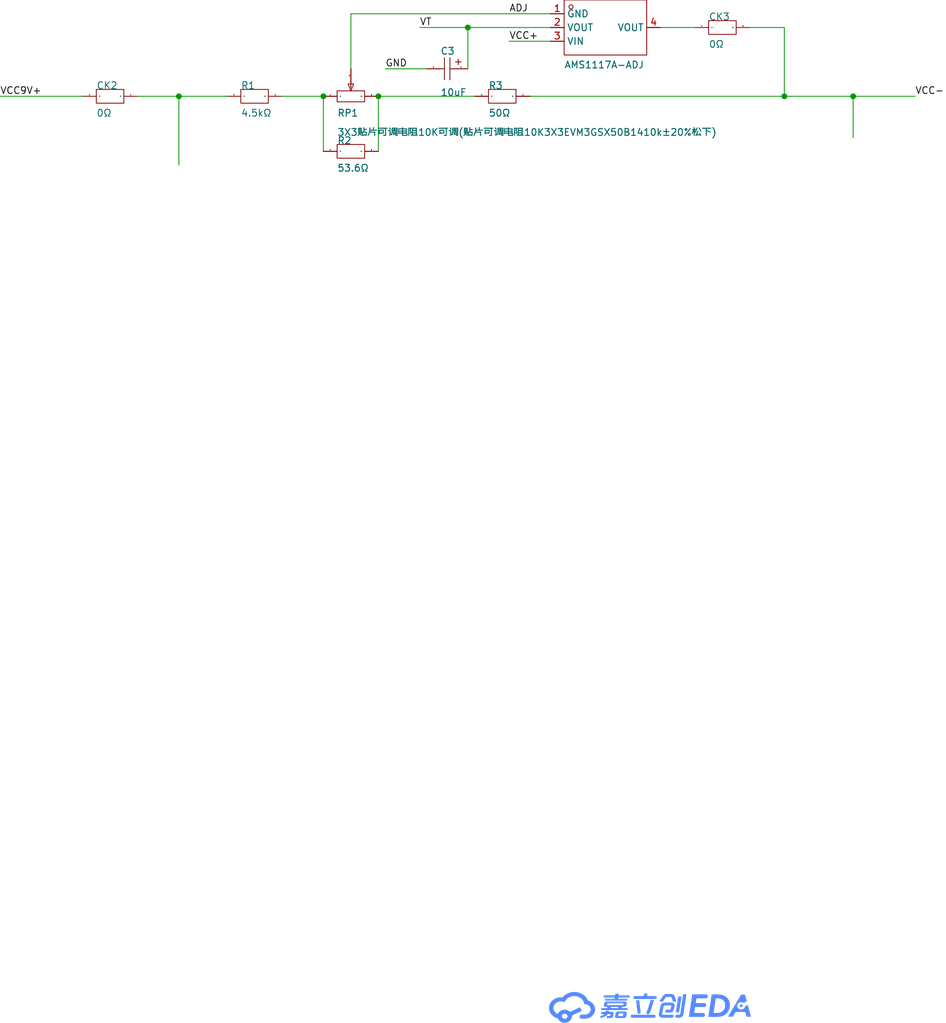
<source format=kicad_sch>
(kicad_sch
	(version 20231120)
	(generator "eeschema")
	(generator_version "8.0")
	(uuid "b62402db-8f27-40c8-8f11-3257f4646848")
	(paper "User" 174.65 188.824)
	(lib_symbols
		(symbol "ProPrj_Sig-easyedapro:0Ω"
			(exclude_from_sim no)
			(in_bom yes)
			(on_board yes)
			(property "Reference" "U"
				(at 0 0 0)
				(effects
					(font
						(size 1.27 1.27)
					)
				)
			)
			(property "Value" ""
				(at 0 0 0)
				(effects
					(font
						(size 1.27 1.27)
					)
				)
			)
			(property "Footprint" "ProPrj_Sig-easyedapro:R0603"
				(at 0 0 0)
				(effects
					(font
						(size 1.27 1.27)
					)
					(hide yes)
				)
			)
			(property "Datasheet" ""
				(at 0 0 0)
				(effects
					(font
						(size 1.27 1.27)
					)
					(hide yes)
				)
			)
			(property "Description" ""
				(at 0 0 0)
				(effects
					(font
						(size 1.27 1.27)
					)
					(hide yes)
				)
			)
			(property "Manufacturer Part" "0Ω"
				(at 0 0 0)
				(effects
					(font
						(size 1.27 1.27)
					)
					(hide yes)
				)
			)
			(property "Supplier Part" "C9900083234"
				(at 0 0 0)
				(effects
					(font
						(size 1.27 1.27)
					)
					(hide yes)
				)
			)
			(property "Supplier" "LCSC"
				(at 0 0 0)
				(effects
					(font
						(size 1.27 1.27)
					)
					(hide yes)
				)
			)
			(property "LCSC Part Name" "0Ω"
				(at 0 0 0)
				(effects
					(font
						(size 1.27 1.27)
					)
					(hide yes)
				)
			)
			(symbol "0Ω_1_0"
				(rectangle
					(start -2.54 -1.27)
					(end 2.54 1.27)
					(stroke
						(width 0)
						(type default)
					)
					(fill
						(type none)
					)
				)
				(pin unspecified line
					(at -5.08 0 0)
					(length 2.54)
					(name "1"
						(effects
							(font
								(size 0.0254 0.0254)
							)
						)
					)
					(number "1"
						(effects
							(font
								(size 0.0254 0.0254)
							)
						)
					)
				)
				(pin unspecified line
					(at 5.08 0 180)
					(length 2.54)
					(name "2"
						(effects
							(font
								(size 0.0254 0.0254)
							)
						)
					)
					(number "2"
						(effects
							(font
								(size 0.0254 0.0254)
							)
						)
					)
				)
			)
		)
		(symbol "ProPrj_Sig-easyedapro:3X3贴片可调电阻10K可调(贴片可调电阻10K3X3EVM3GSX50B1410K±20%松下)"
			(exclude_from_sim no)
			(in_bom yes)
			(on_board yes)
			(property "Reference" "RP"
				(at 0 0 0)
				(effects
					(font
						(size 1.27 1.27)
					)
				)
			)
			(property "Value" ""
				(at 0 0 0)
				(effects
					(font
						(size 1.27 1.27)
					)
				)
			)
			(property "Footprint" "ProPrj_Sig-easyedapro:RES-ADJ-SMD_3P-L3.0-W3.8-P1.75-BR"
				(at 0 0 0)
				(effects
					(font
						(size 1.27 1.27)
					)
					(hide yes)
				)
			)
			(property "Datasheet" ""
				(at 0 0 0)
				(effects
					(font
						(size 1.27 1.27)
					)
					(hide yes)
				)
			)
			(property "Description" ""
				(at 0 0 0)
				(effects
					(font
						(size 1.27 1.27)
					)
					(hide yes)
				)
			)
			(property "Manufacturer Part" "3X3贴片可调电阻10K可调(贴片可调电阻10K3X3EVM3GSX50B1410k±20%松下)"
				(at 0 0 0)
				(effects
					(font
						(size 1.27 1.27)
					)
					(hide yes)
				)
			)
			(property "Supplier Part" "C9900002171"
				(at 0 0 0)
				(effects
					(font
						(size 1.27 1.27)
					)
					(hide yes)
				)
			)
			(property "Supplier" "LCSC"
				(at 0 0 0)
				(effects
					(font
						(size 1.27 1.27)
					)
					(hide yes)
				)
			)
			(property "LCSC Part Name" "3X3贴片可调电阻10K可调(贴片可调电阻10K3X3EVM3GSX50B1410k±20%松下)"
				(at 0 0 0)
				(effects
					(font
						(size 1.27 1.27)
					)
					(hide yes)
				)
			)
			(symbol "3X3贴片可调电阻10K可调(贴片可调电阻10K3X3EVM3GSX50B1410K±20%松下)_1_0"
				(polyline
					(pts
						(xy 0 -1.016) (xy 0 0.254)
					)
					(stroke
						(width 0)
						(type default)
					)
					(fill
						(type none)
					)
				)
				(polyline
					(pts
						(xy 0 -1.524) (xy -0.508 -0.254) (xy -0.508 -0.254) (xy 0.508 -0.254) (xy 0.508 -0.254) (xy 0 -1.524)
					)
					(stroke
						(width 0)
						(type default)
					)
					(fill
						(type none)
					)
				)
				(polyline
					(pts
						(xy 2.54 -1.524) (xy -2.54 -1.524) (xy -2.54 -1.524) (xy -2.54 -3.556) (xy -2.54 -3.556) (xy 2.54 -3.556)
						(xy 2.54 -3.556) (xy 2.54 -1.524)
					)
					(stroke
						(width 0)
						(type default)
					)
					(fill
						(type none)
					)
				)
				(pin input line
					(at -5.08 -2.54 0)
					(length 2.54)
					(name "1"
						(effects
							(font
								(size 0.0254 0.0254)
							)
						)
					)
					(number "1"
						(effects
							(font
								(size 0.0254 0.0254)
							)
						)
					)
				)
				(pin input line
					(at 0 2.54 270)
					(length 2.54)
					(name "2"
						(effects
							(font
								(size 0.0254 0.0254)
							)
						)
					)
					(number "2"
						(effects
							(font
								(size 0.0254 0.0254)
							)
						)
					)
				)
				(pin input line
					(at 5.08 -2.54 180)
					(length 2.54)
					(name "3"
						(effects
							(font
								(size 0.0254 0.0254)
							)
						)
					)
					(number "3"
						(effects
							(font
								(size 0.0254 0.0254)
							)
						)
					)
				)
			)
		)
		(symbol "ProPrj_Sig-easyedapro:AMS1117A-ADJ"
			(exclude_from_sim no)
			(in_bom yes)
			(on_board yes)
			(property "Reference" "U"
				(at 0 0 0)
				(effects
					(font
						(size 1.27 1.27)
					)
				)
			)
			(property "Value" ""
				(at 0 0 0)
				(effects
					(font
						(size 1.27 1.27)
					)
				)
			)
			(property "Footprint" "ProPrj_Sig-easyedapro:SOT-223_L6.3-W3.5-P2.30-LS7.0-BR"
				(at 0 0 0)
				(effects
					(font
						(size 1.27 1.27)
					)
					(hide yes)
				)
			)
			(property "Datasheet" "https://atta.szlcsc.com/upload/public/pdf/source/20220408/BD3226BAC8A4B812F5CB2AD559ECEC03.pdf"
				(at 0 0 0)
				(effects
					(font
						(size 1.27 1.27)
					)
					(hide yes)
				)
			)
			(property "Description" ""
				(at 0 0 0)
				(effects
					(font
						(size 1.27 1.27)
					)
					(hide yes)
				)
			)
			(property "Manufacturer Part" "AMS1117A-ADJ"
				(at 0 0 0)
				(effects
					(font
						(size 1.27 1.27)
					)
					(hide yes)
				)
			)
			(property "Manufacturer" "HX(恒佳兴)"
				(at 0 0 0)
				(effects
					(font
						(size 1.27 1.27)
					)
					(hide yes)
				)
			)
			(property "Supplier Part" "C2984864"
				(at 0 0 0)
				(effects
					(font
						(size 1.27 1.27)
					)
					(hide yes)
				)
			)
			(property "Supplier" "LCSC"
				(at 0 0 0)
				(effects
					(font
						(size 1.27 1.27)
					)
					(hide yes)
				)
			)
			(property "LCSC Part Name" "AMS1117A-ADJ"
				(at 0 0 0)
				(effects
					(font
						(size 1.27 1.27)
					)
					(hide yes)
				)
			)
			(symbol "AMS1117A-ADJ_1_0"
				(rectangle
					(start -7.62 -5.08)
					(end 7.62 5.08)
					(stroke
						(width 0)
						(type default)
					)
					(fill
						(type none)
					)
				)
				(circle
					(center -6.35 3.81)
					(radius 0.381)
					(stroke
						(width 0)
						(type default)
					)
					(fill
						(type none)
					)
				)
				(pin unspecified line
					(at -10.16 2.54 0)
					(length 2.54)
					(name "GND"
						(effects
							(font
								(size 1.27 1.27)
							)
						)
					)
					(number "1"
						(effects
							(font
								(size 1.27 1.27)
							)
						)
					)
				)
				(pin unspecified line
					(at -10.16 0 0)
					(length 2.54)
					(name "VOUT"
						(effects
							(font
								(size 1.27 1.27)
							)
						)
					)
					(number "2"
						(effects
							(font
								(size 1.27 1.27)
							)
						)
					)
				)
				(pin unspecified line
					(at -10.16 -2.54 0)
					(length 2.54)
					(name "VIN"
						(effects
							(font
								(size 1.27 1.27)
							)
						)
					)
					(number "3"
						(effects
							(font
								(size 1.27 1.27)
							)
						)
					)
				)
				(pin unspecified line
					(at 10.16 0 180)
					(length 2.54)
					(name "VOUT"
						(effects
							(font
								(size 1.27 1.27)
							)
						)
					)
					(number "4"
						(effects
							(font
								(size 1.27 1.27)
							)
						)
					)
				)
			)
		)
		(symbol "ProPrj_Sig-easyedapro:AR05ATB0500"
			(exclude_from_sim no)
			(in_bom yes)
			(on_board yes)
			(property "Reference" "R"
				(at 0 0 0)
				(effects
					(font
						(size 1.27 1.27)
					)
				)
			)
			(property "Value" "50Ω"
				(at 0 0 0)
				(effects
					(font
						(size 1.27 1.27)
					)
					(hide yes)
				)
			)
			(property "Footprint" "ProPrj_Sig-easyedapro:R0805"
				(at 0 0 0)
				(effects
					(font
						(size 1.27 1.27)
					)
					(hide yes)
				)
			)
			(property "Datasheet" "https://atta.szlcsc.com/upload/public/pdf/source/20191129/C465721_10D49275DB41E427863CE9C8D788770A.pdf"
				(at 0 0 0)
				(effects
					(font
						(size 1.27 1.27)
					)
					(hide yes)
				)
			)
			(property "Description" "阻值:50Ω;精度:±0.05%;温度系数:±10ppm/°C;"
				(at 0 0 0)
				(effects
					(font
						(size 1.27 1.27)
					)
					(hide yes)
				)
			)
			(property "Manufacturer Part" "AR05ATB0500"
				(at 0 0 0)
				(effects
					(font
						(size 1.27 1.27)
					)
					(hide yes)
				)
			)
			(property "Manufacturer" "Viking(光颉)"
				(at 0 0 0)
				(effects
					(font
						(size 1.27 1.27)
					)
					(hide yes)
				)
			)
			(property "Supplier Part" "C3015189"
				(at 0 0 0)
				(effects
					(font
						(size 1.27 1.27)
					)
					(hide yes)
				)
			)
			(property "Supplier" "LCSC"
				(at 0 0 0)
				(effects
					(font
						(size 1.27 1.27)
					)
					(hide yes)
				)
			)
			(property "LCSC Part Name" "50Ω ±0.05%"
				(at 0 0 0)
				(effects
					(font
						(size 1.27 1.27)
					)
					(hide yes)
				)
			)
			(symbol "AR05ATB0500_1_0"
				(rectangle
					(start -2.54 1.27)
					(end 2.54 -1.27)
					(stroke
						(width 0)
						(type default)
					)
					(fill
						(type none)
					)
				)
				(pin unspecified line
					(at -5.08 0 0)
					(length 2.54)
					(name "1"
						(effects
							(font
								(size 0.0254 0.0254)
							)
						)
					)
					(number "1"
						(effects
							(font
								(size 0.0254 0.0254)
							)
						)
					)
				)
				(pin unspecified line
					(at 5.08 0 180)
					(length 2.54)
					(name "2"
						(effects
							(font
								(size 0.0254 0.0254)
							)
						)
					)
					(number "2"
						(effects
							(font
								(size 0.0254 0.0254)
							)
						)
					)
				)
			)
		)
		(symbol "ProPrj_Sig-easyedapro:Drawing-Symbol_A4"
			(exclude_from_sim no)
			(in_bom yes)
			(on_board yes)
			(property "Reference" ""
				(at 0 0 0)
				(effects
					(font
						(size 1.27 1.27)
					)
				)
			)
			(property "Value" ""
				(at 0 0 0)
				(effects
					(font
						(size 1.27 1.27)
					)
				)
			)
			(property "Footprint" "ProPrj_Sig-easyedapro:"
				(at 0 0 0)
				(effects
					(font
						(size 1.27 1.27)
					)
					(hide yes)
				)
			)
			(property "Datasheet" ""
				(at 0 0 0)
				(effects
					(font
						(size 1.27 1.27)
					)
					(hide yes)
				)
			)
			(property "Description" ""
				(at 0 0 0)
				(effects
					(font
						(size 1.27 1.27)
					)
					(hide yes)
				)
			)
			(symbol "Drawing-Symbol_A4_0_0"
				(polyline
					(pts
						(xy 146.9783 10.146) (xy 146.976 10.1327) (xy 146.973 10.1197) (xy 146.9695 10.1069) (xy 146.9653 10.0944)
						(xy 146.9605 10.082) (xy 146.9552 10.07) (xy 146.9493 10.0583) (xy 146.9428 10.0468) (xy 146.9358 10.0356)
						(xy 146.9283 10.0248) (xy 146.9203 10.0143) (xy 146.9118 10.0042) (xy 146.9029 9.9944) (xy 146.8935 9.985)
						(xy 146.8836 9.976) (xy 146.8733 9.9673) (xy 146.8627 9.9591) (xy 146.8516 9.9514) (xy 146.8402 9.9441)
						(xy 146.8284 9.9372) (xy 146.8163 9.9308) (xy 146.8038 9.9249) (xy 146.7911 9.9195) (xy 146.778 9.9146)
						(xy 146.7647 9.9102) (xy 146.7511 9.9064) (xy 146.7373 9.9031) (xy 146.7233 9.9004) (xy 146.709 9.8983)
						(xy 146.6945 9.8967) (xy 146.6799 9.8958) (xy 146.6651 9.8955) (xy 146.6547 9.8955) (xy 146.6398 9.8959)
						(xy 146.625 9.897) (xy 146.6102 9.899) (xy 146.5956 9.9016) (xy 146.5811 9.905) (xy 146.5668 9.9091)
						(xy 146.5528 9.9138) (xy 146.5391 9.9192) (xy 146.5256 9.9252) (xy 146.5125 9.9318) (xy 146.4999 9.939)
						(xy 146.4876 9.9467) (xy 146.4758 9.955) (xy 146.4646 9.9638) (xy 146.4539 9.973) (xy 146.4438 9.9828)
						(xy 146.434 9.9933) (xy 146.4249 10.0043) (xy 146.4166 10.0158) (xy 146.4089 10.0275) (xy 146.402 10.0397)
						(xy 146.3958 10.0521) (xy 146.3904 10.0648) (xy 146.3856 10.0777) (xy 146.3816 10.0907) (xy 146.3782 10.1039)
						(xy 146.3756 10.1173) (xy 146.3736 10.1306) (xy 146.3724 10.144) (xy 146.3718 10.1574) (xy 146.372 10.1707)
						(xy 146.3728 10.1839) (xy 146.7925 12.8714) (xy 147.4021 12.8714) (xy 146.9783 10.146)
					)
					(stroke
						(width -0.0001)
						(type solid)
					)
					(fill
						(type color)
						(color 85 136 255 1)
					)
				)
				(polyline
					(pts
						(xy 142.3185 12.2147) (xy 142.3164 12.209) (xy 142.2175 11.9012) (xy 142.1192 11.5812) (xy 141.9194 10.9313)
						(xy 141.8159 10.6145) (xy 141.7083 10.3119) (xy 141.5958 10.0302) (xy 141.5373 9.8992) (xy 141.4771 9.7759)
						(xy 141.4663 9.7575) (xy 141.4542 9.7399) (xy 141.4409 9.7233) (xy 141.4266 9.7077) (xy 141.4112 9.693)
						(xy 141.3948 9.6794) (xy 141.3775 9.667) (xy 141.3594 9.6556) (xy 141.3405 9.6454) (xy 141.321 9.6365)
						(xy 141.3008 9.6288) (xy 141.2801 9.6224) (xy 141.2589 9.6174) (xy 141.2373 9.6137) (xy 141.2154 9.6115)
						(xy 141.1932 9.6108) (xy 141.1838 9.6109) (xy 141.1744 9.6115) (xy 141.165 9.6123) (xy 141.1556 9.6134)
						(xy 141.1462 9.6148) (xy 141.1368 9.6164) (xy 141.1274 9.6182) (xy 141.118 9.6203) (xy 141.0867 9.6279)
						(xy 141.0732 9.6328) (xy 141.0602 9.6382) (xy 141.0476 9.6442) (xy 141.0355 9.6508) (xy 141.0239 9.6578)
						(xy 141.0127 9.6653) (xy 141.0021 9.6733) (xy 140.992 9.6817) (xy 140.9823 9.6905) (xy 140.9732 9.6998)
						(xy 140.9647 9.7094) (xy 140.9566 9.7194) (xy 140.9492 9.7297) (xy 140.9422 9.7404) (xy 140.9359 9.7514)
						(xy 140.9301 9.7626) (xy 140.9242 9.7755) (xy 140.9192 9.7886) (xy 140.9148 9.8019) (xy 140.9113 9.8153)
						(xy 140.9086 9.8289) (xy 140.9066 9.8425) (xy 140.9055 9.8561) (xy 140.9051 9.8698) (xy 140.9055 9.8835)
						(xy 140.9066 9.8972) (xy 140.9086 9.9108) (xy 140.9113 9.9243) (xy 140.9148 9.9378) (xy 140.9192 9.951)
						(xy 140.9242 9.9642) (xy 140.9301 9.9771) (xy 140.9842 10.088) (xy 141.0368 10.2068) (xy 141.1382 10.4644)
						(xy 141.2355 10.7434) (xy 141.3297 11.0373) (xy 141.5129 11.6433) (xy 141.604 11.9423) (xy 141.6963 12.2299)
						(xy 142.3226 12.2299) (xy 142.3185 12.2147)
					)
					(stroke
						(width -0.0001)
						(type solid)
					)
					(fill
						(type color)
						(color 85 136 255 1)
					)
				)
				(polyline
					(pts
						(xy 139.8445 9.9733) (xy 139.8455 9.9609) (xy 139.8459 9.9485) (xy 139.8456 9.9362) (xy 139.8447 9.9241)
						(xy 139.8432 9.912) (xy 139.841 9.9001) (xy 139.8383 9.8883) (xy 139.835 9.8766) (xy 139.8311 9.8652)
						(xy 139.8266 9.8539) (xy 139.8216 9.8428) (xy 139.816 9.8319) (xy 139.8099 9.8213) (xy 139.8033 9.8109)
						(xy 139.7962 9.8007) (xy 139.7886 9.7908) (xy 139.7806 9.7812) (xy 139.7721 9.7719) (xy 139.7631 9.763)
						(xy 139.7536 9.7543) (xy 139.7438 9.746) (xy 139.7335 9.738) (xy 139.7229 9.7304) (xy 139.7118 9.7232)
						(xy 139.7004 9.7164) (xy 139.6885 9.71) (xy 139.6764 9.704) (xy 139.6639 9.6985) (xy 139.651 9.6934)
						(xy 139.6379 9.6888) (xy 139.6244 9.6846) (xy 139.6107 9.681) (xy 139.6044 9.6791) (xy 139.5966 9.6778)
						(xy 139.5888 9.6766) (xy 139.5809 9.6756) (xy 139.5731 9.6748) (xy 139.5653 9.6742) (xy 139.5574 9.6738)
						(xy 139.5496 9.6735) (xy 139.5418 9.6734) (xy 139.5287 9.6736) (xy 139.5159 9.6744) (xy 139.5032 9.6756)
						(xy 139.4907 9.6772) (xy 139.4784 9.6794) (xy 139.4664 9.6819) (xy 139.4546 9.6849) (xy 139.443 9.6884)
						(xy 139.4316 9.6922) (xy 139.4206 9.6965) (xy 139.4098 9.7012) (xy 139.3993 9.7063) (xy 139.3891 9.7118)
						(xy 139.3792 9.7177) (xy 139.3696 9.724) (xy 139.3604 9.7306) (xy 139.3515 9.7376) (xy 139.343 9.7449)
						(xy 139.3349 9.7526) (xy 139.3271 9.7606) (xy 139.3197 9.769) (xy 139.3128 9.7776) (xy 139.3063 9.7866)
						(xy 139.3002 9.7959) (xy 139.2945 9.8055) (xy 139.2893 9.8154) (xy 139.2846 9.8255) (xy 139.2803 9.836)
						(xy 139.2765 9.8467) (xy 139.2733 9.8576) (xy 139.2705 9.8688) (xy 139.2683 9.8803) (xy 139.2683 9.8898)
						(xy 139.0011 12.1844) (xy 139.0011 12.1863) (xy 139.5919 12.1863) (xy 139.8445 9.9733)
					)
					(stroke
						(width -0.0001)
						(type solid)
					)
					(fill
						(type color)
						(color 85 136 255 1)
					)
				)
				(polyline
					(pts
						(xy 142.3562 9.5079) (xy 142.3709 9.5068) (xy 142.3853 9.505) (xy 142.3996 9.5024) (xy 142.4136 9.4992)
						(xy 142.4275 9.4953) (xy 142.4411 9.4907) (xy 142.4544 9.4855) (xy 142.4675 9.4797) (xy 142.4803 9.4733)
						(xy 142.4928 9.4662) (xy 142.5049 9.4586) (xy 142.5168 9.4505) (xy 142.5283 9.4418) (xy 142.5394 9.4326)
						(xy 142.5502 9.4229) (xy 142.5597 9.4123) (xy 142.5685 9.4014) (xy 142.5766 9.39) (xy 142.5841 9.3783)
						(xy 142.5909 9.3662) (xy 142.597 9.3538) (xy 142.6024 9.3412) (xy 142.6071 9.3282) (xy 142.611 9.315)
						(xy 142.6142 9.3016) (xy 142.6166 9.288) (xy 142.6183 9.2742) (xy 142.6192 9.2603) (xy 142.6193 9.2462)
						(xy 142.6185 9.2321) (xy 142.617 9.2179) (xy 142.6149 9.2046) (xy 142.6126 9.1915) (xy 142.6097 9.1787)
						(xy 142.6061 9.166) (xy 142.6019 9.1535) (xy 142.5971 9.1413) (xy 142.5917 9.1293) (xy 142.5858 9.1176)
						(xy 142.5793 9.1062) (xy 142.5722 9.0951) (xy 142.5647 9.0843) (xy 142.5567 9.0738) (xy 142.5482 9.0636)
						(xy 142.5392 9.0538) (xy 142.5298 9.0444) (xy 142.52 9.0353) (xy 142.5097 9.0267) (xy 142.4991 9.0184)
						(xy 142.4882 9.0106) (xy 142.4768 9.0032) (xy 142.4652 8.9963) (xy 142.4532 8.9899) (xy 142.4409 8.9839)
						(xy 142.4284 8.9784) (xy 142.4156 8.9735) (xy 142.4025 8.9691) (xy 142.3892 8.9652) (xy 142.3758 8.9618)
						(xy 142.3621 8.9591) (xy 142.3483 8.9569) (xy 142.3343 8.9554) (xy 142.3202 8.9544) (xy 142.3059 8.9541)
						(xy 138.1576 8.9541) (xy 138.1502 8.9543) (xy 138.143 8.9548) (xy 138.1358 8.9556) (xy 138.1288 8.9567)
						(xy 138.122 8.9582) (xy 138.1152 8.96) (xy 138.1087 8.962) (xy 138.1023 8.9643) (xy 138.0961 8.9669)
						(xy 138.09 8.9698) (xy 138.0842 8.9729) (xy 138.0785 8.9763) (xy 138.073 8.9799) (xy 138.0678 8.9837)
						(xy 138.0627 8.9878) (xy 138.0579 8.992) (xy 138.0533 8.9965) (xy 138.049 9.0012) (xy 138.0449 9.006)
						(xy 138.0411 9.011) (xy 138.0375 9.0162) (xy 138.0342 9.0215) (xy 138.0312 9.0269) (xy 138.0284 9.0326)
						(xy 138.026 9.0383) (xy 138.0238 9.0441) (xy 138.022 9.0501) (xy 138.0205 9.0562) (xy 138.0193 9.0623)
						(xy 138.0184 9.0686) (xy 138.0179 9.0749) (xy 138.0177 9.0812) (xy 138.0177 9.0831) (xy 138.0156 9.0831)
						(xy 138.0595 9.5083) (xy 142.3414 9.5083) (xy 142.3562 9.5079)
					)
					(stroke
						(width -0.0001)
						(type solid)
					)
					(fill
						(type color)
						(color 85 136 255 1)
					)
				)
				(polyline
					(pts
						(xy 159.4399 12.0041) (xy 158.8178 11.6928) (xy 158.7955 11.7067) (xy 158.7727 11.7197) (xy 158.7492 11.732)
						(xy 158.7252 11.7435) (xy 158.7007 11.7542) (xy 158.6757 11.764) (xy 158.6501 11.773) (xy 158.6241 11.7811)
						(xy 158.5977 11.7883) (xy 158.5708 11.7946) (xy 158.5436 11.7999) (xy 158.5159 11.8044) (xy 158.488 11.8078)
						(xy 158.4597 11.8103) (xy 158.4311 11.8119) (xy 158.4023 11.8124) (xy 158.3649 11.8115) (xy 158.3281 11.809)
						(xy 158.2917 11.8048) (xy 158.256 11.7989) (xy 158.2209 11.7916) (xy 158.1864 11.7826) (xy 158.1527 11.7723)
						(xy 158.1197 11.7604) (xy 158.0875 11.7472) (xy 158.0562 11.7326) (xy 158.0257 11.7167) (xy 157.9963 11.6995)
						(xy 157.9678 11.681) (xy 157.9403 11.6614) (xy 157.914 11.6407) (xy 157.8887 11.6188) (xy 157.8647 11.5958)
						(xy 157.8418 11.5719) (xy 157.8202 11.5469) (xy 157.8 11.521) (xy 157.781 11.4942) (xy 157.7635 11.4666)
						(xy 157.7475 11.4381) (xy 157.7329 11.4088) (xy 157.7199 11.3788) (xy 157.7085 11.3482) (xy 157.6987 11.3168)
						(xy 157.6905 11.2849) (xy 157.6842 11.2524) (xy 157.6795 11.2194) (xy 157.6767 11.1858) (xy 157.6758 11.1519)
						(xy 157.6767 11.1179) (xy 157.6795 11.0844) (xy 157.6842 11.0514) (xy 157.6905 11.0189) (xy 157.6987 10.987)
						(xy 157.7085 10.9556) (xy 157.7199 10.9249) (xy 157.7329 10.895) (xy 157.7475 10.8657) (xy 157.7635 10.8372)
						(xy 157.781 10.8096) (xy 157.8 10.7828) (xy 157.8202 10.7569) (xy 157.8418 10.7319) (xy 157.8647 10.7079)
						(xy 157.8887 10.685) (xy 157.914 10.6631) (xy 157.9403 10.6424) (xy 157.9678 10.6227) (xy 157.9963 10.6043)
						(xy 158.0257 10.5871) (xy 158.0562 10.5712) (xy 158.0875 10.5566) (xy 158.1197 10.5434) (xy 158.1527 10.5315)
						(xy 158.1864 10.5211) (xy 158.2209 10.5122) (xy 158.256 10.5048) (xy 158.2917 10.499) (xy 158.3281 10.4948)
						(xy 158.3649 10.4923) (xy 158.4023 10.4914) (xy 158.4371 10.4922) (xy 158.4715 10.4944) (xy 158.5055 10.4981)
						(xy 158.5389 10.5031) (xy 158.5718 10.5096) (xy 158.6042 10.5174) (xy 158.6359 10.5265) (xy 158.6669 10.5369)
						(xy 158.6973 10.5485) (xy 158.727 10.5613) (xy 158.7559 10.5753) (xy 158.7841 10.5904) (xy 158.8114 10.6066)
						(xy 158.8378 10.6239) (xy 158.8634 10.6422) (xy 158.888 10.6615) (xy 158.9116 10.6818) (xy 158.9342 10.703)
						(xy 158.9558 10.7251) (xy 158.9763 10.748) (xy 158.9957 10.7718) (xy 159.0139 10.7964) (xy 159.0309 10.8217)
						(xy 159.0467 10.8477) (xy 159.0613 10.8744) (xy 159.0745 10.9018) (xy 159.0864 10.9298) (xy 159.097 10.9584)
						(xy 159.1061 10.9875) (xy 159.1138 11.0172) (xy 159.12 11.0473) (xy 159.1247 11.0779) (xy 159.6257 11.3284)
						(xy 160.2249 9.1534) (xy 159.4065 9.1534) (xy 159.1685 10.0207) (xy 157.3877 10.0207) (xy 156.8783 9.1534)
						(xy 155.9701 9.1534) (xy 158.394 13.232) (xy 159.1038 13.232) (xy 159.4399 12.0041)
					)
					(stroke
						(width -0.0001)
						(type solid)
					)
					(fill
						(type color)
						(color 85 136 255 1)
					)
				)
				(polyline
					(pts
						(xy 158.4338 11.4201) (xy 158.4481 11.419) (xy 158.4622 11.4172) (xy 158.476 11.4148) (xy 158.4896 11.4118)
						(xy 158.5029 11.4082) (xy 158.516 11.4041) (xy 158.5287 11.3994) (xy 158.5412 11.3941) (xy 158.5532 11.3883)
						(xy 158.565 11.3821) (xy 158.5763 11.3753) (xy 158.5873 11.368) (xy 158.5979 11.3603) (xy 158.608 11.3522)
						(xy 158.6177 11.3436) (xy 158.6269 11.3346) (xy 158.6357 11.3252) (xy 158.6439 11.3155) (xy 158.6516 11.3053)
						(xy 158.6589 11.2949) (xy 158.6655 11.2841) (xy 158.6716 11.273) (xy 158.6771 11.2616) (xy 158.682 11.2499)
						(xy 158.6863 11.2379) (xy 158.69 11.2258) (xy 158.693 11.2133) (xy 158.6953 11.2007) (xy 158.6969 11.1878)
						(xy 158.6979 11.1748) (xy 158.6981 11.1616) (xy 158.6976 11.1485) (xy 158.6963 11.1355) (xy 158.6944 11.1227)
						(xy 158.6918 11.1101) (xy 158.6885 11.0977) (xy 158.6845 11.0856) (xy 158.68 11.0737) (xy 158.6748 11.0621)
						(xy 158.669 11.0508) (xy 158.6627 11.0398) (xy 158.6557 11.0292) (xy 158.6483 11.0189) (xy 158.6403 11.0089)
						(xy 158.6318 10.9993) (xy 158.6229 10.9901) (xy 158.6134 10.9813) (xy 158.6035 10.9729) (xy 158.5932 10.9649)
						(xy 158.5825 10.9574) (xy 158.5714 10.9504) (xy 158.5598 10.9438) (xy 158.548 10.9378) (xy 158.5358 10.9322)
						(xy 158.5232 10.9272) (xy 158.5104 10.9228) (xy 158.4972 10.9189) (xy 158.4838 10.9156) (xy 158.4701 10.9128)
						(xy 158.4562 10.9107) (xy 158.4421 10.9092) (xy 158.4278 10.9084) (xy 158.4133 10.9082) (xy 158.3988 10.9086)
						(xy 158.3845 10.9098) (xy 158.3704 10.9115) (xy 158.3565 10.9139) (xy 158.3429 10.9169) (xy 158.3296 10.9205)
						(xy 158.3166 10.9247) (xy 158.3038 10.9294) (xy 158.2914 10.9346) (xy 158.2793 10.9404) (xy 158.2676 10.9467)
						(xy 158.2562 10.9534) (xy 158.2453 10.9607) (xy 158.2347 10.9684) (xy 158.2246 10.9766) (xy 158.2149 10.9851)
						(xy 158.2057 10.9941) (xy 158.1969 11.0035) (xy 158.1887 11.0133) (xy 158.1809 11.0234) (xy 158.1737 11.0338)
						(xy 158.1671 11.0446) (xy 158.161 11.0557) (xy 158.1554 11.0672) (xy 158.1505 11.0788) (xy 158.1462 11.0908)
						(xy 158.1426 11.103) (xy 158.1396 11.1154) (xy 158.1373 11.128) (xy 158.1356 11.1409) (xy 158.1347 11.1539)
						(xy 158.1345 11.1671) (xy 158.135 11.1803) (xy 158.1362 11.1933) (xy 158.1382 11.2061) (xy 158.1408 11.2187)
						(xy 158.1441 11.231) (xy 158.148 11.2432) (xy 158.1526 11.255) (xy 158.1578 11.2666) (xy 158.1636 11.2779)
						(xy 158.1699 11.2889) (xy 158.1768 11.2995) (xy 158.1843 11.3099) (xy 158.1922 11.3198) (xy 158.2007 11.3294)
						(xy 158.2097 11.3386) (xy 158.2191 11.3474) (xy 158.229 11.3558) (xy 158.2393 11.3638) (xy 158.2501 11.3713)
						(xy 158.2612 11.3783) (xy 158.2727 11.3849) (xy 158.2846 11.3909) (xy 158.2968 11.3965) (xy 158.3093 11.4015)
						(xy 158.3222 11.4059) (xy 158.3353 11.4099) (xy 158.3488 11.4132) (xy 158.3624 11.4159) (xy 158.3763 11.418)
						(xy 158.3905 11.4195) (xy 158.4048 11.4204) (xy 158.4193 11.4206) (xy 158.4338 11.4201)
					)
					(stroke
						(width -0.0001)
						(type solid)
					)
					(fill
						(type color)
						(color 85 136 255 1)
					)
				)
				(polyline
					(pts
						(xy 147.7653 9.6354) (xy 147.7561 9.5831) (xy 147.7432 9.532) (xy 147.7269 9.4824) (xy 147.7072 9.4344)
						(xy 147.6842 9.388) (xy 147.6581 9.3433) (xy 147.6288 9.3005) (xy 147.5965 9.2597) (xy 147.5613 9.2208)
						(xy 147.5233 9.1842) (xy 147.4825 9.1497) (xy 147.4392 9.1177) (xy 147.3933 9.088) (xy 147.3449 9.0609)
						(xy 147.2942 9.0365) (xy 147.2413 9.0148) (xy 147.2236 9.0073) (xy 147.2058 9.0002) (xy 147.1878 8.9937)
						(xy 147.1696 8.9877) (xy 147.1512 8.9822) (xy 147.1326 8.9773) (xy 147.1139 8.9728) (xy 147.0949 8.9688)
						(xy 147.0757 8.9653) (xy 147.0563 8.9623) (xy 147.0366 8.9598) (xy 147.0167 8.9577) (xy 146.9966 8.9561)
						(xy 146.9761 8.955) (xy 146.9554 8.9543) (xy 146.9344 8.9541) (xy 146.519 8.9541) (xy 146.5041 8.9545)
						(xy 146.4893 8.9557) (xy 146.4745 8.9576) (xy 146.4599 8.9603) (xy 146.4454 8.9636) (xy 146.4311 8.9677)
						(xy 146.4171 8.9724) (xy 146.4034 8.9778) (xy 146.3899 8.9838) (xy 146.3768 8.9904) (xy 146.3642 8.9976)
						(xy 146.3519 9.0053) (xy 146.3401 9.0136) (xy 146.3289 9.0224) (xy 146.3182 9.0317) (xy 146.3081 9.0414)
						(xy 146.2986 9.0519) (xy 146.2898 9.0628) (xy 146.2817 9.0741) (xy 146.2742 9.0857) (xy 146.2674 9.0976)
						(xy 146.2613 9.1098) (xy 146.2559 9.1223) (xy 146.2512 9.1351) (xy 146.2473 9.1481) (xy 146.2441 9.1614)
						(xy 146.2416 9.1748) (xy 146.24 9.1885) (xy 146.2391 9.2023) (xy 146.239 9.2162) (xy 146.2397 9.2303)
						(xy 146.2413 9.2445) (xy 146.2434 9.254) (xy 146.2457 9.267) (xy 146.2486 9.2799) (xy 146.2523 9.2926)
						(xy 146.2565 9.305) (xy 146.2613 9.3173) (xy 146.2668 9.3292) (xy 146.2728 9.3409) (xy 146.2794 9.3524)
						(xy 146.2865 9.3635) (xy 146.2941 9.3743) (xy 146.3023 9.3848) (xy 146.3109 9.3949) (xy 146.32 9.4047)
						(xy 146.3295 9.4142) (xy 146.3395 9.4232) (xy 146.3499 9.4319) (xy 146.3606 9.4401) (xy 146.3717 9.448)
						(xy 146.3832 9.4553) (xy 146.3951 9.4622) (xy 146.4072 9.4687) (xy 146.4197 9.4747) (xy 146.4324 9.4801)
						(xy 146.4454 9.4851) (xy 146.4586 9.4895) (xy 146.4721 9.4934) (xy 146.4857 9.4967) (xy 146.4996 9.4995)
						(xy 146.5136 9.5016) (xy 146.5278 9.5032) (xy 146.5421 9.5042) (xy 146.5565 9.5045) (xy 146.972 9.5045)
						(xy 146.9813 9.5047) (xy 146.9903 9.5052) (xy 146.9991 9.5061) (xy 147.0077 9.5074) (xy 147.0162 9.509)
						(xy 147.0244 9.511) (xy 147.0325 9.5134) (xy 147.0404 9.5161) (xy 147.0481 9.5192) (xy 147.0557 9.5227)
						(xy 147.0632 9.5266) (xy 147.0706 9.5309) (xy 147.0779 9.5356) (xy 147.0851 9.5406) (xy 147.0923 9.5461)
						(xy 147.0993 9.5519) (xy 147.1066 9.5591) (xy 147.1135 9.5665) (xy 147.1201 9.574) (xy 147.1263 9.5816)
						(xy 147.1321 9.5894) (xy 147.1376 9.5972) (xy 147.1427 9.6052) (xy 147.1474 9.6131) (xy 147.1517 9.6212)
						(xy 147.1556 9.6292) (xy 147.1591 9.6373) (xy 147.1622 9.6453) (xy 147.1649 9.6534) (xy 147.1671 9.6614)
						(xy 147.1689 9.6693) (xy 147.1703 9.6772) (xy 147.686 13.3098) (xy 148.2893 13.3098) (xy 147.7653 9.6354)
					)
					(stroke
						(width -0.0001)
						(type solid)
					)
					(fill
						(type color)
						(color 85 136 255 1)
					)
				)
				(polyline
					(pts
						(xy 141.0303 12.9587) (xy 142.5439 12.9587) (xy 142.5599 12.9584) (xy 142.5756 12.9573) (xy 142.5911 12.9555)
						(xy 142.6063 12.9531) (xy 142.6212 12.9499) (xy 142.6358 12.946) (xy 142.6501 12.9414) (xy 142.664 12.9362)
						(xy 142.6775 12.9302) (xy 142.6906 12.9236) (xy 142.7032 12.9163) (xy 142.7154 12.9083) (xy 142.7271 12.8996)
						(xy 142.7382 12.8902) (xy 142.7489 12.8802) (xy 142.759 12.8695) (xy 142.7684 12.859) (xy 142.7772 12.8481)
						(xy 142.7852 12.8368) (xy 142.7926 12.8252) (xy 142.7992 12.8133) (xy 142.8051 12.801) (xy 142.8103 12.7884)
						(xy 142.8148 12.7756) (xy 142.8185 12.7625) (xy 142.8216 12.7491) (xy 142.8238 12.7355) (xy 142.8253 12.7217)
						(xy 142.8261 12.7076) (xy 142.826 12.6934) (xy 142.8252 12.6791) (xy 142.8237 12.6645) (xy 142.8237 12.6607)
						(xy 142.8214 12.6477) (xy 142.8185 12.6348) (xy 142.8149 12.6222) (xy 142.8107 12.6098) (xy 142.806 12.5977)
						(xy 142.8006 12.5858) (xy 142.7947 12.5742) (xy 142.7883 12.5629) (xy 142.7813 12.552) (xy 142.7738 12.5413)
						(xy 142.7657 12.531) (xy 142.7573 12.521) (xy 142.7483 12.5113) (xy 142.7389 12.5021) (xy 142.729 12.4932)
						(xy 142.7188 12.4847) (xy 142.7081 12.4766) (xy 142.697 12.469) (xy 142.6856 12.4618) (xy 142.6738 12.4551)
						(xy 142.6617 12.4488) (xy 142.6493 12.443) (xy 142.6365 12.4376) (xy 142.6235 12.4328) (xy 142.6101 12.4285)
						(xy 142.5965 12.4248) (xy 142.5827 12.4215) (xy 142.5687 12.4189) (xy 142.5544 12.4168) (xy 142.54 12.4152)
						(xy 142.5253 12.4143) (xy 142.5105 12.414) (xy 138.6733 12.414) (xy 138.6733 12.4159) (xy 138.6661 12.4163)
						(xy 138.659 12.4169) (xy 138.652 12.4179) (xy 138.6452 12.4191) (xy 138.6385 12.4207) (xy 138.6319 12.4225)
						(xy 138.6254 12.4246) (xy 138.6192 12.427) (xy 138.613 12.4296) (xy 138.6071 12.4325) (xy 138.6013 12.4356)
						(xy 138.5957 12.439) (xy 138.5903 12.4426) (xy 138.5852 12.4464) (xy 138.5802 12.4504) (xy 138.5754 12.4546)
						(xy 138.5709 12.459) (xy 138.5666 12.4636) (xy 138.5625 12.4684) (xy 138.5587 12.4733) (xy 138.5552 12.4784)
						(xy 138.5519 12.4837) (xy 138.5489 12.4891) (xy 138.5462 12.4946) (xy 138.5437 12.5003) (xy 138.5416 12.5061)
						(xy 138.5398 12.512) (xy 138.5382 12.5181) (xy 138.5371 12.5242) (xy 138.5362 12.5304) (xy 138.5357 12.5367)
						(xy 138.5355 12.5431) (xy 138.5355 12.5499) (xy 138.5356 12.5531) (xy 138.5358 12.5561) (xy 138.536 12.5591)
						(xy 138.5362 12.5606) (xy 138.5364 12.562) (xy 138.5366 12.5635) (xy 138.5369 12.5649) (xy 138.5372 12.5663)
						(xy 138.5376 12.5677) (xy 138.5772 12.9568) (xy 140.4228 12.9587) (xy 140.4917 13.325) (xy 140.4926 13.331)
						(xy 140.4938 13.3369) (xy 140.4953 13.3427) (xy 140.4971 13.3484) (xy 140.4991 13.3539) (xy 140.5014 13.3593)
						(xy 140.5039 13.3646) (xy 140.5067 13.3697) (xy 140.5097 13.3747) (xy 140.513 13.3796) (xy 140.5165 13.3843)
						(xy 140.5201 13.3888) (xy 140.524 13.3932) (xy 140.5281 13.3974) (xy 140.5324 13.4014) (xy 140.5368 13.4052)
						(xy 140.5415 13.4089) (xy 140.5463 13.4123) (xy 140.5513 13.4155) (xy 140.5564 13.4186) (xy 140.5617 13.4214)
						(xy 140.5671 13.424) (xy 140.5726 13.4264) (xy 140.5783 13.4286) (xy 140.5841 13.4305) (xy 140.59 13.4322)
						(xy 140.596 13.4336) (xy 140.6021 13.4348) (xy 140.6083 13.4358) (xy 140.6146 13.4365) (xy 140.621 13.4369)
						(xy 140.6274 13.437) (xy 141.1097 13.437) (xy 141.0303 12.9587)
					)
					(stroke
						(width -0.0001)
						(type solid)
					)
					(fill
						(type color)
						(color 85 136 255 1)
					)
				)
				(polyline
					(pts
						(xy 133.9675 10.0549) (xy 134.4623 10.0549) (xy 134.4906 10.0545) (xy 134.5177 10.0533) (xy 134.5438 10.0514)
						(xy 134.5687 10.0486) (xy 134.5926 10.0451) (xy 134.6154 10.0408) (xy 134.6372 10.0357) (xy 134.6578 10.0297)
						(xy 134.6774 10.023) (xy 134.6959 10.0155) (xy 134.7134 10.0072) (xy 134.7298 9.998) (xy 134.7451 9.9881)
						(xy 134.7593 9.9773) (xy 134.7725 9.9657) (xy 134.7846 9.9533) (xy 134.7957 9.9401) (xy 134.8057 9.9261)
						(xy 134.8147 9.9112) (xy 134.8226 9.8955) (xy 134.8294 9.8789) (xy 134.8352 9.8616) (xy 134.84 9.8433)
						(xy 134.8437 9.8243) (xy 134.8464 9.8044) (xy 134.848 9.7836) (xy 134.8486 9.762) (xy 134.8482 9.7396)
						(xy 134.8467 9.7162) (xy 134.8442 9.6921) (xy 134.8406 9.667) (xy 134.836 9.6411) (xy 134.7692 9.2881)
						(xy 134.7663 9.2625) (xy 134.7626 9.2379) (xy 134.758 9.2143) (xy 134.7527 9.1918) (xy 134.7465 9.1702)
						(xy 134.7394 9.1496) (xy 134.7315 9.1299) (xy 134.7228 9.1112) (xy 134.7131 9.0934) (xy 134.7026 9.0765)
						(xy 134.6912 9.0605) (xy 134.6788 9.0454) (xy 134.6655 9.0311) (xy 134.6513 9.0177) (xy 134.6361 9.0051)
						(xy 134.62 8.9932) (xy 134.6028 8.9822) (xy 134.5847 8.9719) (xy 134.5656 8.9624) (xy 134.5455 8.9536)
						(xy 134.5243 8.9455) (xy 134.5021 8.9381) (xy 134.4788 8.9314) (xy 134.4545 8.9254) (xy 134.4291 8.92)
						(xy 134.4026 8.9153) (xy 134.3463 8.9076) (xy 134.2856 8.9022) (xy 134.2202 8.899) (xy 133.5938 8.899)
						(xy 133.5938 9.2634) (xy 133.9822 9.2634) (xy 134.0112 9.264) (xy 134.0381 9.2657) (xy 134.063 9.2685)
						(xy 134.086 9.2723) (xy 134.107 9.2771) (xy 134.1262 9.2829) (xy 134.1438 9.2896) (xy 134.1596 9.2971)
						(xy 134.1739 9.3056) (xy 134.1867 9.3148) (xy 134.1981 9.3248) (xy 134.2082 9.3355) (xy 134.2171 9.3469)
						(xy 134.2247 9.359) (xy 134.2313 9.3717) (xy 134.2369 9.3849) (xy 134.264 9.495) (xy 134.2663 9.5039)
						(xy 134.268 9.5126) (xy 134.2692 9.521) (xy 134.2698 9.5291) (xy 134.2698 9.5369) (xy 134.2694 9.5444)
						(xy 134.2683 9.5517) (xy 134.2667 9.5587) (xy 134.2646 9.5654) (xy 134.2619 9.5718) (xy 134.2587 9.5779)
						(xy 134.2549 9.5838) (xy 134.2506 9.5893) (xy 134.2457 9.5946) (xy 134.2402 9.5996) (xy 134.2343 9.6044)
						(xy 134.2277 9.6088) (xy 134.2206 9.613) (xy 134.213 9.6168) (xy 134.2048 9.6204) (xy 134.1961 9.6237)
						(xy 134.1868 9.6267) (xy 134.1769 9.6295) (xy 134.1665 9.6319) (xy 134.1556 9.6341) (xy 134.1441 9.6359)
						(xy 134.1321 9.6375) (xy 134.1195 9.6388) (xy 134.1063 9.6398) (xy 134.0926 9.6406) (xy 134.0784 9.641)
						(xy 134.0636 9.6411) (xy 133.7964 9.6411) (xy 133.747 9.5746) (xy 133.6944 9.5116) (xy 133.6383 9.4519)
						(xy 133.5785 9.3953) (xy 133.5148 9.3416) (xy 133.4471 9.2906) (xy 133.375 9.2422) (xy 133.2984 9.1961)
						(xy 133.2172 9.1521) (xy 133.131 9.11) (xy 133.0398 9.0698) (xy 132.9432 9.031) (xy 132.8411 8.9936)
						(xy 132.7334 8.9574) (xy 132.6197 8.9221) (xy 132.4999 8.8877) (xy 132.3391 9.2521) (xy 132.4883 9.2951)
						(xy 132.6174 9.3348) (xy 132.6756 9.3541) (xy 132.7302 9.3734) (xy 132.7817 9.393) (xy 132.8305 9.4131)
						(xy 132.8772 9.4342) (xy 132.9221 9.4564) (xy 132.9658 9.48) (xy 133.0088 9.5053) (xy 133.0515 9.5327)
						(xy 133.0943 9.5624) (xy 133.1379 9.5946) (xy 133.1826 9.6297) (xy 132.5416 9.6297) (xy 132.6084 10.0435)
						(xy 133.3976 10.0435) (xy 133.3977 10.0461) (xy 133.3982 10.0495) (xy 133.3989 10.0537) (xy 133.4 10.0587)
						(xy 133.403 10.0709) (xy 133.4073 10.0857) (xy 133.4099 10.094) (xy 133.4128 10.1028) (xy 133.416 10.1122)
						(xy 133.4196 10.122) (xy 133.4235 10.1322) (xy 133.4278 10.1428) (xy 133.4323 10.1537) (xy 133.4373 10.165)
						(xy 133.4386 10.1696) (xy 133.4401 10.1741) (xy 133.4419 10.1785) (xy 133.4438 10.1828) (xy 133.446 10.187)
						(xy 133.4484 10.1912) (xy 133.451 10.1952) (xy 133.4538 10.1991) (xy 133.4568 10.2029) (xy 133.46 10.2066)
						(xy 133.4633 10.2102) (xy 133.4668 10.2137) (xy 133.4704 10.217) (xy 133.4742 10.2202) (xy 133.4781 10.2233)
						(xy 133.4822 10.2262) (xy 133.4863 10.2289) (xy 133.4906 10.2316) (xy 133.495 10.234) (xy 133.4995 10.2364)
						(xy 133.5041 10.2385) (xy 133.5087 10.2405) (xy 133.5135 10.2423) (xy 133.5183 10.244) (xy 133.5232 10.2454)
						(xy 133.5281 10.2467) (xy 133.5331 10.2478) (xy 133.5381 10.2487) (xy 133.5431 10.2494) (xy 133.5482 10.25)
						(xy 133.5533 10.2503) (xy 133.5584 10.2504) (xy 134.026 10.2504) (xy 133.9675 10.0549)
					)
					(stroke
						(width -0.0001)
						(type solid)
					)
					(fill
						(type color)
						(color 85 136 255 1)
					)
				)
				(polyline
					(pts
						(xy 153.8138 13.2729) (xy 153.9352 13.2704) (xy 154.0526 13.2662) (xy 154.1658 13.2602) (xy 154.275 13.2526)
						(xy 154.38 13.2433) (xy 154.481 13.2322) (xy 154.5778 13.2195) (xy 154.6706 13.205) (xy 154.7593 13.1888)
						(xy 154.844 13.1709) (xy 154.9245 13.1513) (xy 155.001 13.1299) (xy 155.0734 13.1069) (xy 155.1417 13.0821)
						(xy 155.206 13.0555) (xy 155.2675 13.0271) (xy 155.3276 12.9968) (xy 155.3863 12.9645) (xy 155.4435 12.9303)
						(xy 155.4993 12.894) (xy 155.5537 12.8559) (xy 155.6066 12.8158) (xy 155.658 12.7737) (xy 155.7079 12.7296)
						(xy 155.7564 12.6836) (xy 155.8034 12.6357) (xy 155.8489 12.5858) (xy 155.893 12.5339) (xy 155.9355 12.4801)
						(xy 155.9765 12.4243) (xy 156.016 12.3666) (xy 156.0536 12.3073) (xy 156.0887 12.2469) (xy 156.1215 12.1854)
						(xy 156.1518 12.1228) (xy 156.1798 12.059) (xy 156.2053 11.9941) (xy 156.2284 11.9281) (xy 156.2491 11.861)
						(xy 156.2673 11.7927) (xy 156.2832 11.7233) (xy 156.2966 11.6528) (xy 156.3076 11.5811) (xy 156.3161 11.5083)
						(xy 156.3222 11.4343) (xy 156.3259 11.3591) (xy 156.3271 11.2828) (xy 156.3258 11.2049) (xy 156.322 11.1277)
						(xy 156.3156 11.0512) (xy 156.3066 10.9754) (xy 156.2951 10.9004) (xy 156.281 10.826) (xy 156.2642 10.7524)
						(xy 156.2449 10.6795) (xy 156.2229 10.6074) (xy 156.1983 10.536) (xy 156.1711 10.4653) (xy 156.1413 10.3954)
						(xy 156.1087 10.3262) (xy 156.0735 10.2578) (xy 156.0357 10.1901) (xy 155.9952 10.1232) (xy 155.9533 10.0585)
						(xy 155.9101 9.996) (xy 155.8655 9.9357) (xy 155.8195 9.8777) (xy 155.772 9.8218) (xy 155.7232 9.7682)
						(xy 155.673 9.7169) (xy 155.6214 9.6677) (xy 155.5685 9.6208) (xy 155.5142 9.5761) (xy 155.4585 9.5336)
						(xy 155.4015 9.4933) (xy 155.3432 9.4553) (xy 155.2835 9.4195) (xy 155.2224 9.3859) (xy 155.1601 9.3545)
						(xy 155.0955 9.3252) (xy 155.0279 9.2978) (xy 154.9573 9.2722) (xy 154.8837 9.2485) (xy 154.807 9.2267)
						(xy 154.7272 9.2068) (xy 154.6444 9.1887) (xy 154.5585 9.1726) (xy 154.4696 9.1583) (xy 154.3776 9.1459)
						(xy 154.2826 9.1355) (xy 154.1845 9.1269) (xy 154.0833 9.1202) (xy 153.979 9.1154) (xy 153.8717 9.1126)
						(xy 153.7613 9.1116) (xy 152.3375 9.1116) (xy 152.4471 9.8404) (xy 153.3124 9.8404) (xy 153.5964 9.8404)
						(xy 153.7543 9.8421) (xy 153.9009 9.8471) (xy 153.9699 9.8508) (xy 154.0361 9.8552) (xy 154.0995 9.8605)
						(xy 154.16 9.8665) (xy 154.2177 9.8733) (xy 154.2726 9.8808) (xy 154.3246 9.8891) (xy 154.3738 9.8981)
						(xy 154.4201 9.9078) (xy 154.4636 9.9182) (xy 154.5043 9.9292) (xy 154.5421 9.941) (xy 154.5931 9.9592)
						(xy 154.6428 9.9791) (xy 154.6912 10.0005) (xy 154.7382 10.0236) (xy 154.784 10.0482) (xy 154.8284 10.0745)
						(xy 154.8716 10.1023) (xy 154.9134 10.1318) (xy 154.954 10.1628) (xy 154.9933 10.1955) (xy 155.0312 10.2297)
						(xy 155.0679 10.2656) (xy 155.1033 10.303) (xy 155.1374 10.3421) (xy 155.1703 10.3827) (xy 155.2018 10.425)
						(xy 155.2318 10.4683) (xy 155.2598 10.5129) (xy 155.286 10.5587) (xy 155.3101 10.6057) (xy 155.3324 10.654)
						(xy 155.3527 10.7035) (xy 155.371 10.7543) (xy 155.3874 10.8062) (xy 155.4017 10.8594) (xy 155.4141 10.9138)
						(xy 155.4245 10.9695) (xy 155.4329 11.0263) (xy 155.4392 11.0844) (xy 155.4435 11.1436) (xy 155.4458 11.2041)
						(xy 155.4461 11.2658) (xy 155.4454 11.3169) (xy 155.4433 11.3669) (xy 155.4399 11.416) (xy 155.4351 11.464)
						(xy 155.429 11.5109) (xy 155.4214 11.5569) (xy 155.4125 11.6017) (xy 155.4022 11.6456) (xy 155.3906 11.6884)
						(xy 155.3776 11.7302) (xy 155.3632 11.7709) (xy 155.3474 11.8105) (xy 155.3303 11.8491) (xy 155.3118 11.8866)
						(xy 155.2919 11.9231) (xy 155.2707 11.9585) (xy 155.2482 11.9929) (xy 155.2246 12.0262) (xy 155.1999 12.0586)
						(xy 155.1741 12.0899) (xy 155.1471 12.1202) (xy 155.119 12.1495) (xy 155.0899 12.1779) (xy 155.0596 12.2052)
						(xy 155.0282 12.2316) (xy 154.9957 12.257) (xy 154.9622 12.2815) (xy 154.9275 12.3049) (xy 154.8918 12.3275)
						(xy 154.8549 12.349) (xy 154.817 12.3697) (xy 154.778 12.3893) (xy 154.7373 12.4079) (xy 154.6949 12.4253)
						(xy 154.6509 12.4414) (xy 154.6053 12.4563) (xy 154.5581 12.47) (xy 154.5093 12.4824) (xy 154.4588 12.4937)
						(xy 154.4067 12.5037) (xy 154.3529 12.5125) (xy 154.2975 12.5202) (xy 154.2404 12.5266) (xy 154.1817 12.5319)
						(xy 154.1214 12.536) (xy 154.0594 12.5389) (xy 153.9957 12.5406) (xy 153.9304 12.5412) (xy 153.7154 12.5412)
						(xy 153.3124 9.8404) (xy 152.4471 9.8404) (xy 152.9638 13.2738) (xy 153.6882 13.2738) (xy 153.8138 13.2729)
					)
					(stroke
						(width -0.0001)
						(type solid)
					)
					(fill
						(type color)
						(color 85 136 255 1)
					)
				)
				(polyline
					(pts
						(xy 151.8718 13.2771) (xy 151.8924 13.2757) (xy 151.9126 13.2733) (xy 151.9326 13.2701) (xy 151.9521 13.2659)
						(xy 151.9714 13.261) (xy 151.9902 13.2551) (xy 152.0086 13.2485) (xy 152.0265 13.2411) (xy 152.044 13.2329)
						(xy 152.061 13.224) (xy 152.0774 13.2143) (xy 152.0934 13.204) (xy 152.1087 13.1929) (xy 152.1234 13.1812)
						(xy 152.1376 13.1689) (xy 152.151 13.156) (xy 152.1638 13.1425) (xy 152.1759 13.1284) (xy 152.1873 13.1137)
						(xy 152.1979 13.0986) (xy 152.2078 13.0829) (xy 152.2168 13.0668) (xy 152.225 13.0502) (xy 152.2324 13.0332)
						(xy 152.2389 13.0157) (xy 152.2445 12.9979) (xy 152.2492 12.9797) (xy 152.2529 12.9612) (xy 152.2557 12.9423)
						(xy 152.2574 12.9231) (xy 152.2581 12.9037) (xy 152.2576 12.8848) (xy 152.256 12.8661) (xy 152.2534 12.8477)
						(xy 152.2499 12.8296) (xy 152.2454 12.8118) (xy 152.2399 12.7943) (xy 152.2335 12.7772) (xy 152.2263 12.7605)
						(xy 152.2181 12.7442) (xy 152.2092 12.7283) (xy 152.1994 12.7129) (xy 152.1889 12.6979) (xy 152.1776 12.6835)
						(xy 152.1655 12.6696) (xy 152.1528 12.6562) (xy 152.1394 12.6434) (xy 152.1253 12.6312) (xy 152.1106 12.6197)
						(xy 152.0953 12.6087) (xy 152.0794 12.5984) (xy 152.063 12.5889) (xy 152.046 12.58) (xy 152.0286 12.5718)
						(xy 152.0106 12.5645) (xy 151.9922 12.5579) (xy 151.9734 12.5521) (xy 151.9542 12.5471) (xy 151.9346 12.543)
						(xy 151.9147 12.5397) (xy 151.8945 12.5374) (xy 151.8739 12.536) (xy 151.8531 12.5355) (xy 150.1412 12.5336)
						(xy 150.0096 11.67) (xy 151.6151 11.67) (xy 151.633 11.667) (xy 151.6505 11.6633) (xy 151.6678 11.6588)
						(xy 151.6848 11.6538) (xy 151.7014 11.648) (xy 151.7176 11.6416) (xy 151.7335 11.6346) (xy 151.749 11.627)
						(xy 151.764 11.6188) (xy 151.7787 11.61) (xy 151.7928 11.6007) (xy 151.8065 11.5909) (xy 151.8197 11.5805)
						(xy 151.8324 11.5696) (xy 151.8446 11.5583) (xy 151.8562 11.5464) (xy 151.8673 11.5341) (xy 151.8778 11.5214)
						(xy 151.8877 11.5083) (xy 151.8969 11.4948) (xy 151.9056 11.4809) (xy 151.9136 11.4666) (xy 151.9209 11.452)
						(xy 151.9275 11.437) (xy 151.9334 11.4218) (xy 151.9386 11.4062) (xy 151.943 11.3904) (xy 151.9467 11.3742)
						(xy 151.9495 11.3579) (xy 151.9516 11.3413) (xy 151.9529 11.3245) (xy 151.9533 11.3075) (xy 151.9528 11.2886)
						(xy 151.9512 11.2699) (xy 151.9486 11.2515) (xy 151.9451 11.2334) (xy 151.9405 11.2156) (xy 151.9351 11.1981)
						(xy 151.9287 11.181) (xy 151.9214 11.1643) (xy 151.9133 11.148) (xy 151.9044 11.1321) (xy 151.8946 11.1167)
						(xy 151.8841 11.1018) (xy 151.8728 11.0873) (xy 151.8607 11.0734) (xy 151.848 11.0601) (xy 151.8346 11.0473)
						(xy 151.8205 11.0351) (xy 151.8058 11.0235) (xy 151.7905 11.0126) (xy 151.7746 11.0023) (xy 151.7582 10.9927)
						(xy 151.7412 10.9838) (xy 151.7238 10.9757) (xy 151.7058 10.9683) (xy 151.6874 10.9617) (xy 151.6686 10.9559)
						(xy 151.6494 10.9509) (xy 151.6298 10.9468) (xy 151.6099 10.9436) (xy 151.5897 10.9412) (xy 151.5691 10.9398)
						(xy 151.5483 10.9393) (xy 149.899 10.9412) (xy 149.7299 9.8385) (xy 151.3312 9.8404) (xy 151.3516 9.84)
						(xy 151.3718 9.8386) (xy 151.3917 9.8363) (xy 151.4112 9.8331) (xy 151.4305 9.8291) (xy 151.4494 9.8242)
						(xy 151.4679 9.8185) (xy 151.486 9.8121) (xy 151.5036 9.8048) (xy 151.5208 9.7969) (xy 151.5375 9.7882)
						(xy 151.5537 9.7788) (xy 151.5693 9.7687) (xy 151.5844 9.758) (xy 151.5989 9.7466) (xy 151.6127 9.7346)
						(xy 151.626 9.722) (xy 151.6385 9.7089) (xy 151.6504 9.6952) (xy 151.6616 9.681) (xy 151.672 9.6663)
						(xy 151.6816 9.6511) (xy 151.6904 9.6355) (xy 151.6984 9.6194) (xy 151.7056 9.6029) (xy 151.7119 9.5861)
						(xy 151.7173 9.5688) (xy 151.7218 9.5513) (xy 151.7253 9.5333) (xy 151.7279 9.5151) (xy 151.7294 9.4967)
						(xy 151.7299 9.4779) (xy 151.7294 9.4595) (xy 151.7279 9.4414) (xy 151.7254 9.4235) (xy 151.722 9.4058)
						(xy 151.7176 9.3885) (xy 151.7123 9.3715) (xy 151.7061 9.3548) (xy 151.6991 9.3385) (xy 151.6913 9.3226)
						(xy 151.6826 9.3071) (xy 151.6732 9.2921) (xy 151.663 9.2775) (xy 151.6521 9.2634) (xy 151.6404 9.2497)
						(xy 151.6281 9.2366) (xy 151.6151 9.2241) (xy 151.6015 9.2121) (xy 151.5872 9.2007) (xy 151.5724 9.1899)
						(xy 151.557 9.1797) (xy 151.5411 9.1702) (xy 151.5247 9.1614) (xy 151.5077 9.1533) (xy 151.4904 9.1459)
						(xy 151.4725 9.1392) (xy 151.4543 9.1334) (xy 151.4356 9.1283) (xy 151.4166 9.124) (xy 151.3973 9.1205)
						(xy 151.3776 9.1179) (xy 151.3577 9.1162) (xy 151.3374 9.1154) (xy 148.7549 9.1154) (xy 149.3812 13.2776)
						(xy 151.851 13.2776) (xy 151.8718 13.2771)
					)
					(stroke
						(width -0.0001)
						(type solid)
					)
					(fill
						(type color)
						(color 85 136 255 1)
					)
				)
				(polyline
					(pts
						(xy 135.7734 13.0916) (xy 137.619 13.0916) (xy 137.6314 13.0913) (xy 137.6437 13.0903) (xy 137.6558 13.0887)
						(xy 137.6676 13.0866) (xy 137.6793 13.0839) (xy 137.6907 13.0805) (xy 137.7018 13.0767) (xy 137.7127 13.0723)
						(xy 137.7232 13.0674) (xy 137.7335 13.062) (xy 137.7434 13.0561) (xy 137.753 13.0497) (xy 137.7622 13.0429)
						(xy 137.7711 13.0357) (xy 137.7795 13.028) (xy 137.7876 13.0199) (xy 137.7952 13.0115) (xy 137.8023 13.0026)
						(xy 137.8091 12.9934) (xy 137.8153 12.9839) (xy 137.821 12.974) (xy 137.8262 12.9639) (xy 137.8309 12.9534)
						(xy 137.8351 12.9427) (xy 137.8386 12.9316) (xy 137.8416 12.9204) (xy 137.8441 12.9089) (xy 137.8458 12.8972)
						(xy 137.847 12.8853) (xy 137.8475 12.8733) (xy 137.8474 12.861) (xy 137.8465 12.8486) (xy 137.8451 12.8396)
						(xy 137.8433 12.8308) (xy 137.8409 12.8221) (xy 137.8381 12.8135) (xy 137.8349 12.8051) (xy 137.8313 12.7969)
						(xy 137.8272 12.7889) (xy 137.8227 12.7811) (xy 137.8179 12.7735) (xy 137.8126 12.7661) (xy 137.807 12.759)
						(xy 137.801 12.7521) (xy 137.7946 12.7454) (xy 137.7879 12.739) (xy 137.7808 12.7328) (xy 137.7735 12.7269)
						(xy 137.7658 12.7213) (xy 137.7578 12.716) (xy 137.7495 12.711) (xy 137.7409 12.7064) (xy 137.732 12.702)
						(xy 137.7229 12.698) (xy 137.7135 12.6943) (xy 137.7039 12.6909) (xy 137.694 12.6879) (xy 137.6839 12.6853)
						(xy 137.6735 12.6831) (xy 137.663 12.6812) (xy 137.6523 12.6797) (xy 137.6414 12.6787) (xy 137.6303 12.678)
						(xy 137.619 12.6778) (xy 135.7192 12.6778) (xy 135.6795 12.471) (xy 137.2181 12.471) (xy 137.2294 12.4707)
						(xy 137.2405 12.4698) (xy 137.2514 12.4685) (xy 137.262 12.4666) (xy 137.2724 12.4642) (xy 137.2826 12.4613)
						(xy 137.2925 12.4579) (xy 137.3021 12.4541) (xy 137.3114 12.4498) (xy 137.3204 12.4451) (xy 137.3291 12.44)
						(xy 137.3374 12.4345) (xy 137.3454 12.4286) (xy 137.3529 12.4224) (xy 137.3601 12.4158) (xy 137.3669 12.4088)
						(xy 137.3732 12.4015) (xy 137.3791 12.3939) (xy 137.3846 12.3861) (xy 137.3895 12.3779) (xy 137.394 12.3695)
						(xy 137.3979 12.3608) (xy 137.4014 12.352) (xy 137.4043 12.3428) (xy 137.4066 12.3335) (xy 137.4084 12.324)
						(xy 137.4095 12.3144) (xy 137.4101 12.3046) (xy 137.4101 12.2946) (xy 137.4094 12.2845) (xy 137.408 12.2744)
						(xy 137.406 12.2641) (xy 137.4047 12.2561) (xy 137.4029 12.2484) (xy 137.4007 12.2407) (xy 137.3982 12.2333)
						(xy 137.3953 12.226) (xy 137.3921 12.2189) (xy 137.3885 12.212) (xy 137.3846 12.2052) (xy 137.3804 12.1987)
						(xy 137.3758 12.1923) (xy 137.371 12.1862) (xy 137.3658 12.1803) (xy 137.3604 12.1746) (xy 137.3548 12.1692)
						(xy 137.3488 12.164) (xy 137.3426 12.159) (xy 137.3362 12.1543) (xy 137.3295 12.1498) (xy 137.3227 12.1456)
						(xy 137.3156 12.1417) (xy 137.3083 12.138) (xy 137.3008 12.1346) (xy 137.2932 12.1316) (xy 137.2854 12.1288)
						(xy 137.2774 12.1263) (xy 137.2693 12.1241) (xy 137.261 12.1223) (xy 137.2527 12.1207) (xy 137.2442 12.1195)
						(xy 137.2356 12.1186) (xy 137.2269 12.1181) (xy 137.2181 12.1179) (xy 133.3663 12.1179) (xy 133.3589 12.1181)
						(xy 133.3517 12.1186) (xy 133.3447 12.1195) (xy 133.3378 12.1207) (xy 133.3311 12.1222) (xy 133.3246 12.124)
						(xy 133.3183 12.1261) (xy 133.3121 12.1286) (xy 133.3062 12.1313) (xy 133.3005 12.1342) (xy 133.295 12.1375)
						(xy 133.2898 12.141) (xy 133.2848 12.1447) (xy 133.28 12.1487) (xy 133.2755 12.1529) (xy 133.2713 12.1573)
						(xy 133.2673 12.162) (xy 133.2636 12.1668) (xy 133.2602 12.1718) (xy 133.2571 12.1771) (xy 133.2543 12.1825)
						(xy 133.2517 12.188) (xy 133.2495 12.1937) (xy 133.2477 12.1996) (xy 133.2461 12.2056) (xy 133.2449 12.2118)
						(xy 133.2441 12.218) (xy 133.2435 12.2244) (xy 133.2434 12.2309) (xy 133.2436 12.2374) (xy 133.2442 12.2441)
						(xy 133.2452 12.2508) (xy 133.2849 12.4691) (xy 135.0239 12.4691) (xy 135.0636 12.6759) (xy 133.1512 12.6759)
						(xy 133.1438 12.6765) (xy 133.1365 12.6774) (xy 133.1293 12.6788) (xy 133.1222 12.6805) (xy 133.1152 12.6825)
						(xy 133.1084 12.6849) (xy 133.1017 12.6876) (xy 133.0952 12.6906) (xy 133.0888 12.6939) (xy 133.0826 12.6975)
						(xy 133.0767 12.7013) (xy 133.0709 12.7054) (xy 133.0654 12.7097) (xy 133.0601 12.7142) (xy 133.055 12.719)
						(xy 133.0503 12.7239) (xy 133.0457 12.7289) (xy 133.0415 12.7341) (xy 133.0376 12.7395) (xy 133.034 12.745)
						(xy 133.0307 12.7505) (xy 133.0278 12.7562) (xy 133.0252 12.7619) (xy 133.0229 12.7677) (xy 133.0211 12.7736)
						(xy 133.0196 12.7795) (xy 133.0186 12.7854) (xy 133.0179 12.7912) (xy 133.0177 12.7971) (xy 133.0179 12.803)
						(xy 133.0186 12.8088) (xy 133.0197 12.8145) (xy 133.074 13.0935) (xy 135.1325 13.0935) (xy 135.1596 13.2871)
						(xy 135.1609 13.2927) (xy 135.1625 13.2982) (xy 135.1642 13.3035) (xy 135.1662 13.3087) (xy 135.1684 13.3137)
						(xy 135.1708 13.3186) (xy 135.1734 13.3233) (xy 135.1762 13.3278) (xy 135.1792 13.3322) (xy 135.1823 13.3364)
						(xy 135.1857 13.3405) (xy 135.1891 13.3444) (xy 135.1928 13.3481) (xy 135.1966 13.3517) (xy 135.2005 13.355)
						(xy 135.2045 13.3582) (xy 135.2087 13.3613) (xy 135.213 13.3641) (xy 135.2174 13.3668) (xy 135.2219 13.3692)
						(xy 135.2264 13.3715) (xy 135.2311 13.3736) (xy 135.2359 13.3756) (xy 135.2407 13.3773) (xy 135.2455 13.3788)
						(xy 135.2505 13.3801) (xy 135.2554 13.3813) (xy 135.2605 13.3822) (xy 135.2655 13.3829) (xy 135.2706 13.3834)
						(xy 135.2756 13.3838) (xy 135.2807 13.3839) (xy 135.8277 13.3839) (xy 135.7734 13.0916)
					)
					(stroke
						(width -0.0001)
						(type solid)
					)
					(fill
						(type color)
						(color 85 136 255 1)
					)
				)
				(polyline
					(pts
						(xy 136.9497 10.1266) (xy 136.9747 10.1255) (xy 136.9988 10.1235) (xy 137.0219 10.1208) (xy 137.044 10.1173)
						(xy 137.0652 10.113) (xy 137.0855 10.1079) (xy 137.1049 10.1021) (xy 137.1233 10.0954) (xy 137.1408 10.088)
						(xy 137.1574 10.0798) (xy 137.173 10.0709) (xy 137.1878 10.0611) (xy 137.2016 10.0506) (xy 137.2145 10.0392)
						(xy 137.2265 10.0271) (xy 137.2376 10.0142) (xy 137.2478 10.0006) (xy 137.2571 9.9861) (xy 137.2655 9.9709)
						(xy 137.273 9.9548) (xy 137.2796 9.938) (xy 137.2853 9.9204) (xy 137.2902 9.902) (xy 137.2941 9.8828)
						(xy 137.2972 9.8629) (xy 137.2994 9.8421) (xy 137.3008 9.8206) (xy 137.3008 9.7751) (xy 137.2975 9.7265)
						(xy 137.2181 9.2881) (xy 137.2067 9.2398) (xy 137.1927 9.195) (xy 137.1759 9.1538) (xy 137.1665 9.1345)
						(xy 137.1564 9.116) (xy 137.1456 9.0984) (xy 137.134 9.0816) (xy 137.1217 9.0656) (xy 137.1086 9.0504)
						(xy 137.0948 9.036) (xy 137.0802 9.0224) (xy 137.0647 9.0096) (xy 137.0485 8.9975) (xy 137.0315 8.9862)
						(xy 137.0136 8.9756) (xy 136.9949 8.9657) (xy 136.9753 8.9566) (xy 136.9548 8.9482) (xy 136.9335 8.9404)
						(xy 136.8881 8.927) (xy 136.8391 8.9162) (xy 136.7863 8.9081) (xy 136.7297 8.9024) (xy 136.6691 8.899)
						(xy 135.5333 8.899) (xy 135.4732 8.9003) (xy 135.445 8.9019) (xy 135.418 8.9042) (xy 135.3923 8.9071)
						(xy 135.3677 8.9107) (xy 135.3444 8.915) (xy 135.3224 8.92) (xy 135.3015 8.9256) (xy 135.2818 8.932)
						(xy 135.2633 8.939) (xy 135.2461 8.9468) (xy 135.23 8.9553) (xy 135.2151 8.9645) (xy 135.2014 8.9745)
						(xy 135.1889 8.9852) (xy 135.1775 8.9966) (xy 135.1673 9.0088) (xy 135.1583 9.0218) (xy 135.1505 9.0356)
						(xy 135.1438 9.0501) (xy 135.1382 9.0654) (xy 135.1338 9.0815) (xy 135.1305 9.0984) (xy 135.1284 9.1161)
						(xy 135.1274 9.1347) (xy 135.1276 9.154) (xy 135.1288 9.1742) (xy 135.1312 9.1953) (xy 135.1347 9.2171)
						(xy 135.1393 9.2399) (xy 135.145 9.2634) (xy 135.1593 9.3488) (xy 135.7225 9.3488) (xy 135.7227 9.3415)
						(xy 135.7236 9.3345) (xy 135.725 9.3278) (xy 135.7269 9.3214) (xy 135.7295 9.3153) (xy 135.7326 9.3094)
						(xy 135.7363 9.3039) (xy 135.7406 9.2986) (xy 135.7454 9.2936) (xy 135.7507 9.2888) (xy 135.7566 9.2844)
						(xy 135.7631 9.2802) (xy 135.77 9.2764) (xy 135.7775 9.2728) (xy 135.7856 9.2695) (xy 135.7941 9.2665)
						(xy 135.8032 9.2637) (xy 135.8127 9.2613) (xy 135.8334 9.2573) (xy 135.856 9.2544) (xy 135.8806 9.2526)
						(xy 135.907 9.2521) (xy 136.429 9.2521) (xy 136.439 9.2522) (xy 136.4488 9.2528) (xy 136.4584 9.2537)
						(xy 136.4677 9.2549) (xy 136.4768 9.2565) (xy 136.4856 9.2584) (xy 136.4941 9.2607) (xy 136.5024 9.2633)
						(xy 136.5104 9.2662) (xy 136.5181 9.2695) (xy 136.5256 9.2731) (xy 136.5328 9.2771) (xy 136.5398 9.2814)
						(xy 136.5464 9.286) (xy 136.5528 9.2909) (xy 136.5589 9.2962) (xy 136.5648 9.3018) (xy 136.5703 9.3077)
						(xy 136.5756 9.3139) (xy 136.5805 9.3205) (xy 136.5852 9.3273) (xy 136.5896 9.3345) (xy 136.5937 9.342)
						(xy 136.5975 9.3497) (xy 136.601 9.3578) (xy 136.6042 9.3662) (xy 136.6071 9.3749) (xy 136.6097 9.3839)
						(xy 136.6139 9.4028) (xy 136.6169 9.4229) (xy 136.644 9.5937) (xy 136.6461 9.6026) (xy 136.6478 9.6113)
						(xy 136.6491 9.6196) (xy 136.6499 9.6277) (xy 136.6502 9.6355) (xy 136.6502 9.643) (xy 136.6497 9.6502)
						(xy 136.6489 9.6571) (xy 136.6476 9.6637) (xy 136.646 9.6701) (xy 136.6439 9.6762) (xy 136.6415 9.682)
						(xy 136.6387 9.6875) (xy 136.6355 9.6927) (xy 136.632 9.6977) (xy 136.6281 9.7023) (xy 136.6239 9.7067)
						(xy 136.6193 9.7109) (xy 136.6144 9.7147) (xy 136.6091 9.7183) (xy 136.6036 9.7216) (xy 136.5977 9.7246)
						(xy 136.5915 9.7273) (xy 136.585 9.7298) (xy 136.5782 9.732) (xy 136.5711 9.7339) (xy 136.5638 9.7356)
						(xy 136.5561 9.737) (xy 136.5482 9.7381) (xy 136.54 9.7389) (xy 136.5316 9.7395) (xy 136.5229 9.7398)
						(xy 135.9739 9.7398) (xy 135.9628 9.7397) (xy 135.952 9.7391) (xy 135.9414 9.7382) (xy 135.9311 9.737)
						(xy 135.9209 9.7354) (xy 135.9111 9.7335) (xy 135.9015 9.7312) (xy 135.8921 9.7286) (xy 135.8831 9.7257)
						(xy 135.8743 9.7224) (xy 135.8657 9.7188) (xy 135.8575 9.7148) (xy 135.8495 9.7105) (xy 135.8419 9.7059)
						(xy 135.8345 9.701) (xy 135.8275 9.6957) (xy 135.8207 9.6901) (xy 135.8143 9.6842) (xy 135.8082 9.678)
						(xy 135.8024 9.6714) (xy 135.797 9.6646) (xy 135.7919 9.6574) (xy 135.7871 9.6499) (xy 135.7827 9.6421)
						(xy 135.7787 9.6341) (xy 135.775 9.6257) (xy 135.7717 9.617) (xy 135.7688 9.608) (xy 135.7662 9.5987)
						(xy 135.7641 9.5891) (xy 135.7623 9.5792) (xy 135.7609 9.569) (xy 135.7338 9.3982) (xy 135.7304 9.3893)
						(xy 135.7276 9.3806) (xy 135.7254 9.3722) (xy 135.7238 9.3641) (xy 135.7229 9.3563) (xy 135.7225 9.3488)
						(xy 135.1593 9.3488) (xy 135.2244 9.7379) (xy 135.2334 9.7845) (xy 135.2391 9.8067) (xy 135.2456 9.8282)
						(xy 135.2529 9.849) (xy 135.261 9.869) (xy 135.2698 9.8883) (xy 135.2795 9.9068) (xy 135.2899 9.9246)
						(xy 135.3012 9.9417) (xy 135.3132 9.958) (xy 135.326 9.9736) (xy 135.3396 9.9885) (xy 135.354 10.0026)
						(xy 135.3692 10.0159) (xy 135.3851 10.0286) (xy 135.4018 10.0404) (xy 135.4194 10.0515) (xy 135.4377 10.0619)
						(xy 135.4567 10.0715) (xy 135.4766 10.0803) (xy 135.4972 10.0884) (xy 135.5187 10.0957) (xy 135.5408 10.1022)
						(xy 135.5638 10.108) (xy 135.5876 10.1131) (xy 135.6121 10.1173) (xy 135.6374 10.1208) (xy 135.6903 10.1255)
						(xy 135.7463 10.127) (xy 136.9238 10.127) (xy 136.9497 10.1266)
					)
					(stroke
						(width -0.0001)
						(type solid)
					)
					(fill
						(type color)
						(color 85 136 255 1)
					)
				)
				(polyline
					(pts
						(xy 145.4432 13.3436) (xy 145.4792 13.3423) (xy 145.5142 13.3402) (xy 145.5481 13.3373) (xy 145.581 13.3336)
						(xy 145.6128 13.329) (xy 145.6438 13.3236) (xy 145.6737 13.3174) (xy 145.7027 13.3105) (xy 145.7307 13.3027)
						(xy 145.7578 13.2941) (xy 145.784 13.2848) (xy 145.8094 13.2746) (xy 145.8338 13.2637) (xy 145.8574 13.2521)
						(xy 145.8801 13.2396) (xy 145.8906 13.232) (xy 145.9095 13.218) (xy 145.928 13.2029) (xy 145.9461 13.1867)
						(xy 145.9637 13.1695) (xy 145.9809 13.1514) (xy 145.9976 13.1322) (xy 146.0139 13.112) (xy 146.0296 13.0909)
						(xy 146.045 13.0688) (xy 146.0598 13.0457) (xy 146.0742 13.0218) (xy 146.0881 12.9969) (xy 146.1016 12.9711)
						(xy 146.1145 12.9444) (xy 146.127 12.9169) (xy 146.139 12.8885) (xy 146.1411 12.8847) (xy 146.3937 12.0876)
						(xy 146.3916 12.0876) (xy 146.3931 12.0833) (xy 146.3943 12.079) (xy 146.3954 12.0747) (xy 146.3963 12.0703)
						(xy 146.397 12.0658) (xy 146.3975 12.0612) (xy 146.3978 12.0564) (xy 146.3979 12.0515) (xy 146.3977 12.045)
						(xy 146.3971 12.0385) (xy 146.3963 12.0322) (xy 146.395 12.026) (xy 146.3935 12.0199) (xy 146.3916 12.0139)
						(xy 146.3894 12.008) (xy 146.3869 12.0023) (xy 146.3841 11.9968) (xy 146.381 11.9913) (xy 146.3777 11.9861)
						(xy 146.3741 11.981) (xy 146.3702 11.9761) (xy 146.3661 11.9714) (xy 146.3617 11.9669) (xy 146.3572 11.9625)
						(xy 146.3524 11.9584) (xy 146.3473 11.9545) (xy 146.3421 11.9508) (xy 146.3367 11.9474) (xy 146.3311 11.9441)
						(xy 146.3253 11.9412) (xy 146.3194 11.9384) (xy 146.3133 11.9359) (xy 146.3071 11.9337) (xy 146.3007 11.9318)
						(xy 146.2942 11.9301) (xy 146.2876 11.9288) (xy 146.2808 11.9277) (xy 146.274 11.9269) (xy 146.2671 11.9264)
						(xy 146.2601 11.9262) (xy 146.2577 11.9263) (xy 146.2554 11.9263) (xy 146.2542 11.9264) (xy 146.253 11.9264)
						(xy 146.2519 11.9266) (xy 146.2507 11.9267) (xy 146.2495 11.9269) (xy 146.2483 11.9272) (xy 146.2472 11.9275)
						(xy 146.246 11.9279) (xy 146.2448 11.9283) (xy 146.2436 11.9288) (xy 146.2425 11.9294) (xy 146.2413 11.93)
						(xy 146.2413 11.9281) (xy 145.8008 11.9281) (xy 145.5607 12.6873) (xy 145.5582 12.694) (xy 145.5554 12.7006)
						(xy 145.5524 12.7072) (xy 145.5491 12.7135) (xy 145.5455 12.7198) (xy 145.5417 12.7259) (xy 145.5377 12.7318)
						(xy 145.5335 12.7376) (xy 145.5291 12.7432) (xy 145.5246 12.7486) (xy 145.5198 12.7538) (xy 145.5149 12.7588)
						(xy 145.5098 12.7636) (xy 145.5046 12.7682) (xy 145.4993 12.7725) (xy 145.4939 12.7765) (xy 145.4897 12.7789)
						(xy 145.485 12.7812) (xy 145.4798 12.7834) (xy 145.4741 12.7854) (xy 145.4679 12.7873) (xy 145.4613 12.789)
						(xy 145.4542 12.7905) (xy 145.4466 12.7919) (xy 145.4387 12.7932) (xy 145.4304 12.7943) (xy 145.4216 12.7952)
						(xy 145.4126 12.796) (xy 145.4031 12.7966) (xy 145.3933 12.797) (xy 145.3728 12.7974) (xy 144.6922 12.7974)
						(xy 144.6806 12.7973) (xy 144.6692 12.797) (xy 144.6581 12.7964) (xy 144.6473 12.7956) (xy 144.6368 12.7946)
						(xy 144.6266 12.7934) (xy 144.6167 12.792) (xy 144.6071 12.7903) (xy 144.5979 12.7884) (xy 144.589 12.7863)
						(xy 144.5805 12.7839) (xy 144.5724 12.7814) (xy 144.5647 12.7786) (xy 144.5574 12.7756) (xy 144.5504 12.7724)
						(xy 144.544 12.7689) (xy 144.5358 12.7641) (xy 144.5277 12.759) (xy 144.5198 12.7535) (xy 144.512 12.7477)
						(xy 144.5043 12.7416) (xy 144.4967 12.7353) (xy 144.4893 12.7286) (xy 144.4821 12.7217) (xy 144.4751 12.7146)
						(xy 144.4682 12.7072) (xy 144.4615 12.6996) (xy 144.455 12.6918) (xy 144.4487 12.6838) (xy 144.4427 12.6756)
						(xy 144.4368 12.6673) (xy 144.4312 12.6589) (xy 144.4291 12.6551) (xy 144.3412 12.5227) (xy 144.2472 12.3794)
						(xy 144.0638 12.0952) (xy 144.0533 12.08) (xy 144.0004 12.0031) (xy 143.9744 11.9647) (xy 143.949 11.9262)
						(xy 143.5126 11.9262) (xy 143.5054 11.9264) (xy 143.4983 11.9269) (xy 143.4914 11.9277) (xy 143.4845 11.9288)
						(xy 143.4778 11.9302) (xy 143.4712 11.932) (xy 143.4648 11.9339) (xy 143.4585 11.9362) (xy 143.4524 11.9387)
						(xy 143.4464 11.9415) (xy 143.4407 11.9446) (xy 143.4351 11.9479) (xy 143.4297 11.9514) (xy 143.4245 11.9551)
						(xy 143.4195 11.9591) (xy 143.4148 11.9633) (xy 143.4102 11.9676) (xy 143.4059 11.9722) (xy 143.4019 11.9769)
						(xy 143.3981 11.9819) (xy 143.3945 11.9869) (xy 143.3912 11.9922) (xy 143.3882 11.9976) (xy 143.3855 12.0031)
						(xy 143.3831 12.0088) (xy 143.3809 12.0146) (xy 143.3791 12.0205) (xy 143.3776 12.0265) (xy 143.3764 12.0326)
						(xy 143.3755 12.0388) (xy 143.375 12.0451) (xy 143.3748 12.0515) (xy 143.3749 12.0554) (xy 143.3751 12.0593)
						(xy 143.3755 12.0631) (xy 143.376 12.0668) (xy 143.3766 12.0705) (xy 143.3774 12.0742) (xy 143.3783 12.0778)
						(xy 143.3793 12.0814) (xy 143.3804 12.0849) (xy 143.3817 12.0884) (xy 143.383 12.0919) (xy 143.3845 12.0953)
						(xy 143.3861 12.0986) (xy 143.3878 12.102) (xy 143.3896 12.1052) (xy 143.3915 12.1085) (xy 143.3895 12.1103)
						(xy 143.9197 12.9151) (xy 143.9364 12.9407) (xy 143.9537 12.9656) (xy 143.9715 12.9898) (xy 143.9898 13.0133)
						(xy 144.0086 13.036) (xy 144.028 13.058) (xy 144.0478 13.0793) (xy 144.0682 13.0999) (xy 144.0891 13.1197)
						(xy 144.1105 13.1388) (xy 144.1325 13.1572) (xy 144.1549 13.1748) (xy 144.1778 13.1916) (xy 144.2013 13.2077)
						(xy 144.2252 13.2231) (xy 144.2496 13.2377) (xy 144.2731 13.2505) (xy 144.2975 13.2624) (xy 144.3228 13.2736)
						(xy 144.3489 13.284) (xy 144.3759 13.2935) (xy 144.4037 13.3022) (xy 144.4323 13.3101) (xy 144.4618 13.3172)
						(xy 144.492 13.3235) (xy 144.5231 13.3289) (xy 144.5549 13.3335) (xy 144.5875 13.3373) (xy 144.6209 13.3402)
						(xy 144.6551 13.3423) (xy 144.69 13.3436) (xy 144.7256 13.344) (xy 145.4062 13.344) (xy 145.4432 13.3436)
					)
					(stroke
						(width -0.0001)
						(type solid)
					)
					(fill
						(type color)
						(color 85 136 255 1)
					)
				)
				(polyline
					(pts
						(xy 136.9125 11.9525) (xy 136.9398 11.9514) (xy 136.966 11.9496) (xy 136.9911 11.9471) (xy 137.0151 11.9439)
						(xy 137.0381 11.94) (xy 137.0599 11.9354) (xy 137.0807 11.93) (xy 137.1004 11.924) (xy 137.1191 11.9172)
						(xy 137.1367 11.9098) (xy 137.1532 11.9016) (xy 137.1687 11.8927) (xy 137.1832 11.8831) (xy 137.1966 11.8728)
						(xy 137.209 11.8617) (xy 137.2204 11.85) (xy 137.2307 11.8375) (xy 137.2401 11.8244) (xy 137.2485 11.8105)
						(xy 137.2558 11.7959) (xy 137.2622 11.7806) (xy 137.2675 11.7646) (xy 137.2719 11.7478) (xy 137.2753 11.7304)
						(xy 137.2778 11.7123) (xy 137.2793 11.6934) (xy 137.2798 11.6738) (xy 137.2794 11.6535) (xy 137.278 11.6325)
						(xy 137.2757 11.6108) (xy 137.2724 11.5884) (xy 137.2328 11.3569) (xy 137.2234 11.3103) (xy 137.2174 11.2881)
						(xy 137.2104 11.2666) (xy 137.2024 11.2458) (xy 137.1936 11.2258) (xy 137.1838 11.2065) (xy 137.1731 11.188)
						(xy 137.1614 11.1702) (xy 137.1488 11.1531) (xy 137.1354 11.1368) (xy 137.121 11.1212) (xy 137.1057 11.1063)
						(xy 137.0894 11.0922) (xy 137.0723 11.0789) (xy 137.0542 11.0662) (xy 137.0353 11.0544) (xy 137.0155 11.0433)
						(xy 136.9947 11.0329) (xy 136.973 11.0233) (xy 136.9505 11.0145) (xy 136.9271 11.0064) (xy 136.8775 10.9926)
						(xy 136.8244 10.9817) (xy 136.7678 10.974) (xy 136.7076 10.9693) (xy 136.644 10.9678) (xy 136.4436 10.9678)
						(xy 136.4406 10.9585) (xy 136.437 10.9492) (xy 136.4329 10.9399) (xy 136.4283 10.9304) (xy 136.4233 10.9208)
						(xy 136.4179 10.9111) (xy 136.406 10.8909) (xy 136.379 10.8472) (xy 136.3645 10.823) (xy 136.3496 10.797)
						(xy 136.3468 10.7924) (xy 136.3436 10.7878) (xy 136.3403 10.7832) (xy 136.3368 10.7787) (xy 136.3331 10.7743)
						(xy 136.3293 10.7699) (xy 136.3255 10.7657) (xy 136.3217 10.7616) (xy 136.3179 10.7577) (xy 136.3142 10.754)
						(xy 136.3071 10.7471) (xy 136.3007 10.7411) (xy 136.2954 10.7362) (xy 137.2849 10.7362) (xy 137.2962 10.7359)
						(xy 137.3074 10.735) (xy 137.3185 10.7334) (xy 137.3294 10.7313) (xy 137.3401 10.7287) (xy 137.3506 10.7254)
						(xy 137.3609 10.7217) (xy 137.371 10.7175) (xy 137.3807 10.7129) (xy 137.3902 10.7078) (xy 137.3993 10.7022)
						(xy 137.4081 10.6963) (xy 137.4165 10.69) (xy 137.4245 10.6834) (xy 137.432 10.6764) (xy 137.4392 10.6691)
						(xy 137.4458 10.6615) (xy 137.452 10.6537) (xy 137.4576 10.6456) (xy 137.4627 10.6374) (xy 137.4673 10.6289)
						(xy 137.4712 10.6202) (xy 137.4746 10.6114) (xy 137.4772 10.6025) (xy 137.4793 10.5935) (xy 137.4806 10.5844)
						(xy 137.4812 10.5752) (xy 137.4811 10.566) (xy 137.4803 10.5568) (xy 137.4786 10.5476) (xy 137.4761 10.5385)
						(xy 137.4728 10.5294) (xy 137.4714 10.5204) (xy 137.4696 10.5116) (xy 137.4672 10.5031) (xy 137.4645 10.4948)
						(xy 137.4613 10.4867) (xy 137.4577 10.4789) (xy 137.4538 10.4713) (xy 137.4495 10.4639) (xy 137.4448 10.4568)
						(xy 137.4397 10.4499) (xy 137.4344 10.4433) (xy 137.4287 10.437) (xy 137.4227 10.4309) (xy 137.4165 10.4251)
						(xy 137.4099 10.4196) (xy 137.4032 10.4143) (xy 137.3961 10.4093) (xy 137.3889 10.4046) (xy 137.3815 10.4003)
						(xy 137.3738 10.3962) (xy 137.358 10.3889) (xy 137.3416 10.3828) (xy 137.3247 10.3781) (xy 137.3075 10.3746)
						(xy 137.2988 10.3734) (xy 137.29 10.3725) (xy 137.2812 10.372) (xy 137.2724 10.3718) (xy 132.6857 10.3718)
						(xy 132.6794 10.372) (xy 132.6732 10.3725) (xy 132.667 10.3734) (xy 132.6608 10.3746) (xy 132.6547 10.3761)
						(xy 132.6486 10.3779) (xy 132.6427 10.38) (xy 132.6368 10.3825) (xy 132.6311 10.3852) (xy 132.6255 10.3881)
						(xy 132.62 10.3914) (xy 132.6147 10.3949) (xy 132.6096 10.3986) (xy 132.6046 10.4026) (xy 132.5999 10.4068)
						(xy 132.5954 10.4112) (xy 132.5911 10.4159) (xy 132.5871 10.4207) (xy 132.5833 10.4257) (xy 132.5798 10.431)
						(xy 132.5766 10.4364) (xy 132.5737 10.4419) (xy 132.5711 10.4476) (xy 132.5688 10.4535) (xy 132.5669 10.4595)
						(xy 132.5654 10.4657) (xy 132.5642 10.4719) (xy 132.5635 10.4783) (xy 132.5631 10.4848) (xy 132.5632 10.4913)
						(xy 132.5636 10.498) (xy 132.5646 10.5047) (xy 132.6043 10.7362) (xy 133.74 10.7362) (xy 133.7376 10.7385)
						(xy 133.7352 10.7411) (xy 133.7327 10.744) (xy 133.7303 10.7471) (xy 133.7278 10.7504) (xy 133.7252 10.754)
						(xy 133.7202 10.7616) (xy 133.7151 10.7699) (xy 133.71 10.7787) (xy 133.7051 10.7878) (xy 133.7003 10.797)
						(xy 133.6805 10.8738) (xy 133.6754 10.8951) (xy 133.6704 10.9176) (xy 133.6654 10.9418) (xy 133.6607 10.9678)
						(xy 134.3287 10.9678) (xy 134.3486 10.8909) (xy 134.3536 10.8697) (xy 134.3587 10.8472) (xy 134.3636 10.823)
						(xy 134.3684 10.797) (xy 134.3732 10.7878) (xy 134.3781 10.7787) (xy 134.3831 10.7699) (xy 134.3882 10.7616)
						(xy 134.3908 10.7577) (xy 134.3933 10.754) (xy 134.3958 10.7504) (xy 134.3983 10.7471) (xy 134.4008 10.744)
						(xy 134.4033 10.7411) (xy 134.4057 10.7385) (xy 134.4081 10.7362) (xy 135.6252 10.7362) (xy 135.6312 10.7411)
						(xy 135.6381 10.7471) (xy 135.6455 10.754) (xy 135.6493 10.7577) (xy 135.6531 10.7616) (xy 135.6569 10.7657)
						(xy 135.6607 10.7699) (xy 135.6643 10.7743) (xy 135.6678 10.7787) (xy 135.6711 10.7832) (xy 135.6742 10.7878)
						(xy 135.677 10.7924) (xy 135.6795 10.797) (xy 135.6897 10.8111) (xy 135.7 10.8266) (xy 135.7107 10.8439)
						(xy 135.7218 10.8632) (xy 135.7334 10.8849) (xy 135.7458 10.9093) (xy 135.7591 10.9369) (xy 135.7734 10.9678)
						(xy 134.3287 10.9678) (xy 133.6607 10.9678) (xy 133.4602 10.9678) (xy 133.4318 10.9681) (xy 133.4045 10.9692)
						(xy 133.3783 10.971) (xy 133.3532 10.9735) (xy 133.3292 10.9767) (xy 133.3063 10.9806) (xy 133.2844 10.9852)
						(xy 133.2636 10.9906) (xy 133.2439 10.9966) (xy 133.2253 11.0034) (xy 133.2077 11.0109) (xy 133.1911 11.019)
						(xy 133.1756 11.0279) (xy 133.1612 11.0375) (xy 133.1477 11.0479) (xy 133.1353 11.0589) (xy 133.1239 11.0706)
						(xy 133.1136 11.0831) (xy 133.1042 11.0963) (xy 133.0959 11.1101) (xy 133.0885 11.1247) (xy 133.0822 11.14)
						(xy 133.0768 11.156) (xy 133.0724 11.1728) (xy 133.069 11.1902) (xy 133.0665 11.2084) (xy 133.0651 11.2272)
						(xy 133.0645 11.2468) (xy 133.065 11.2671) (xy 133.0663 11.2881) (xy 133.0687 11.3098) (xy 133.0719 11.3322)
						(xy 133.0826 11.3944) (xy 133.6584 11.3944) (xy 133.6586 11.3865) (xy 133.659 11.3789) (xy 133.6598 11.3715)
						(xy 133.6608 11.3645) (xy 133.6622 11.3578) (xy 133.6638 11.3514) (xy 133.6657 11.3452) (xy 133.6679 11.3394)
						(xy 133.6704 11.3338) (xy 133.6731 11.3286) (xy 133.6762 11.3236) (xy 133.6794 11.3189) (xy 133.683 11.3145)
						(xy 133.6868 11.3104) (xy 133.6909 11.3066) (xy 133.6953 11.3031) (xy 133.6999 11.2998) (xy 133.7048 11.2969)
						(xy 133.7099 11.2942) (xy 133.7153 11.2918) (xy 133.7209 11.2897) (xy 133.7268 11.2879) (xy 133.7329 11.2863)
						(xy 133.7393 11.2851) (xy 133.7459 11.2841) (xy 133.7527 11.2834) (xy 133.7598 11.283) (xy 133.7671 11.2828)
						(xy 136.4958 11.2828) (xy 136.5045 11.283) (xy 136.5129 11.2834) (xy 136.5212 11.2841) (xy 136.5292 11.2852)
						(xy 136.5369 11.2865) (xy 136.5444 11.288) (xy 136.5517 11.2899) (xy 136.5588 11.2921) (xy 136.5656 11.2945)
						(xy 136.5722 11.2972) (xy 136.5785 11.3003) (xy 136.5846 11.3036) (xy 136.5905 11.3072) (xy 136.5961 11.311)
						(xy 136.6015 11.3152) (xy 136.6067 11.3196) (xy 136.6116 11.3243) (xy 136.6163 11.3294) (xy 136.6207 11.3346)
						(xy 136.6249 11.3402) (xy 136.6289 11.3461) (xy 136.6326 11.3522) (xy 136.6361 11.3586) (xy 136.6393 11.3653)
						(xy 136.6423 11.3723) (xy 136.6451 11.3796) (xy 136.6499 11.3949) (xy 136.6537 11.4114) (xy 136.6565 11.429)
						(xy 136.6691 11.5144) (xy 136.6701 11.52) (xy 136.6708 11.5255) (xy 136.6712 11.5308) (xy 136.6713 11.536)
						(xy 136.6711 11.541) (xy 136.6706 11.5459) (xy 136.6698 11.5506) (xy 136.6686 11.5551) (xy 136.6672 11.5595)
						(xy 136.6655 11.5638) (xy 136.6634 11.5678) (xy 136.661 11.5717) (xy 136.6584 11.5754) (xy 136.6554 11.579)
						(xy 136.6521 11.5824) (xy 136.6484 11.5856) (xy 136.6445 11.5886) (xy 136.6403 11.5914) (xy 136.6357 11.5941)
						(xy 136.6309 11.5966) (xy 136.6257 11.5989) (xy 136.6202 11.601) (xy 136.6144 11.6029) (xy 136.6083 11.6046)
						(xy 136.6019 11.6061) (xy 136.5951 11.6075) (xy 136.588 11.6086) (xy 136.5807 11.6095) (xy 136.565 11.6108)
						(xy 136.548 11.6112) (xy 133.8193 11.6112) (xy 133.8047 11.6109) (xy 133.7908 11.61) (xy 133.7774 11.6084)
						(xy 133.771 11.6074) (xy 133.7648 11.6062) (xy 133.7587 11.6048) (xy 133.7528 11.6033) (xy 133.7471 11.6015)
						(xy 133.7415 11.5996) (xy 133.7362 11.5974) (xy 133.731 11.5951) (xy 133.726 11.5926) (xy 133.7212 11.5898)
						(xy 133.7166 11.5869) (xy 133.7122 11.5837) (xy 133.708 11.5803) (xy 133.704 11.5767) (xy 133.7002 11.5729)
						(xy 133.6966 11.5688) (xy 133.6933 11.5645) (xy 133.6901 11.5599) (xy 133.6872 11.5552) (xy 133.6845 11.5501)
						(xy 133.682 11.5448) (xy 133.6798 11.5393) (xy 133.6778 11.5334) (xy 133.676 11.5274) (xy 133.6745 11.521)
						(xy 133.6732 11.5144) (xy 133.6607 11.429) (xy 133.6596 11.4199) (xy 133.6589 11.4111) (xy 133.6585 11.4026)
						(xy 133.6584 11.3944) (xy 133.0826 11.3944) (xy 133.1116 11.5637) (xy 133.123 11.6103) (xy 133.1369 11.654)
						(xy 133.1448 11.6748) (xy 133.1533 11.6948) (xy 133.1625 11.7141) (xy 133.1723 11.7326) (xy 133.1826 11.7504)
						(xy 133.1937 11.7675) (xy 133.2053 11.7839) (xy 133.2176 11.7994) (xy 133.2305 11.8143) (xy 133.244 11.8284)
						(xy 133.2581 11.8418) (xy 133.2729 11.8544) (xy 133.2882 11.8662) (xy 133.3042 11.8773) (xy 133.3209 11.8877)
						(xy 133.3381 11.8973) (xy 133.356 11.9061) (xy 133.3745 11.9142) (xy 133.3936 11.9215) (xy 133.4134 11.9281)
						(xy 133.4338 11.9338) (xy 133.4548 11.9389) (xy 133.4764 11.9431) (xy 133.4986 11.9466) (xy 133.5215 11.9493)
						(xy 133.545 11.9513) (xy 133.5691 11.9524) (xy 133.5938 11.9528) (xy 136.8841 11.9528) (xy 136.9125 11.9525)
					)
					(stroke
						(width -0.0001)
						(type solid)
					)
					(fill
						(type color)
						(color 85 136 255 1)
					)
				)
				(polyline
					(pts
						(xy 145.5822 11.7569) (xy 145.6075 11.7555) (xy 145.6324 11.7533) (xy 145.6569 11.7503) (xy 145.6811 11.7463)
						(xy 145.7048 11.7416) (xy 145.728 11.736) (xy 145.7508 11.7296) (xy 145.7731 11.7224) (xy 145.7949 11.7144)
						(xy 145.8163 11.7056) (xy 145.837 11.6961) (xy 145.8573 11.6858) (xy 145.877 11.6748) (xy 145.8961 11.663)
						(xy 145.9146 11.6506) (xy 145.9325 11.6374) (xy 145.9497 11.6236) (xy 145.9663 11.609) (xy 145.9823 11.5939)
						(xy 145.9976 11.578) (xy 146.0122 11.5615) (xy 146.026 11.5444) (xy 146.0392 11.5267) (xy 146.0516 11.5084)
						(xy 146.0632 11.4895) (xy 146.0741 11.47) (xy 146.0841 11.45) (xy 146.0933 11.4294) (xy 146.1018 11.4083)
						(xy 146.1093 11.3866) (xy 146.116 11.3645) (xy 146.1205 11.3508) (xy 146.1244 11.337) (xy 146.1279 11.3229)
						(xy 146.1309 11.3087) (xy 146.1334 11.2943) (xy 146.1354 11.2797) (xy 146.1369 11.265) (xy 146.1379 11.2501)
						(xy 146.1385 11.2351) (xy 146.1385 11.22) (xy 146.1381 11.2047) (xy 146.1372 11.1894) (xy 146.1357 11.1739)
						(xy 146.1338 11.1584) (xy 146.1314 11.1429) (xy 146.1286 11.1272) (xy 145.926 10.3624) (xy 145.9223 10.3383)
						(xy 145.9172 10.3147) (xy 145.9109 10.2914) (xy 145.9034 10.2686) (xy 145.8947 10.2462) (xy 145.8848 10.2243)
						(xy 145.8737 10.2029) (xy 145.8616 10.182) (xy 145.8483 10.1617) (xy 145.8339 10.1419) (xy 145.8185 10.1227)
						(xy 145.802 10.1042) (xy 145.7846 10.0863) (xy 145.7661 10.0691) (xy 145.7467 10.0526) (xy 145.7264 10.0369)
						(xy 145.7052 10.0218) (xy 145.683 10.0076) (xy 145.66 9.9942) (xy 145.6362 9.9816) (xy 145.6115 9.9699)
						(xy 145.5861 9.959) (xy 145.5599 9.9491) (xy 145.5329 9.9401) (xy 145.5053 9.9321) (xy 145.4769 9.925)
						(xy 145.4479 9.919) (xy 145.4182 9.914) (xy 145.3879 9.9101) (xy 145.357 9.9073) (xy 145.3255 9.9055)
						(xy 145.2935 9.905) (xy 145.2559 9.9068) (xy 145.2497 9.9062) (xy 145.2437 9.9058) (xy 145.2378 9.9054)
						(xy 145.2319 9.9052) (xy 145.226 9.9051) (xy 145.2201 9.905) (xy 145.2079 9.905) (xy 144.64 9.905)
						(xy 144.6252 9.9053) (xy 144.6104 9.9064) (xy 144.5958 9.9083) (xy 144.5813 9.9109) (xy 144.567 9.9141)
						(xy 144.553 9.9181) (xy 144.5392 9.9227) (xy 144.5257 9.928) (xy 144.5126 9.9339) (xy 144.4998 9.9404)
						(xy 144.4875 9.9476) (xy 144.4756 9.9554) (xy 144.4642 9.9638) (xy 144.4533 9.9727) (xy 144.443 9.9822)
						(xy 144.4333 9.9923) (xy 144.4243 10.0024) (xy 144.416 10.013) (xy 144.4084 10.024) (xy 144.4016 10.0353)
						(xy 144.3955 10.047) (xy 144.3902 10.0589) (xy 144.3855 10.0712) (xy 144.3816 10.0836) (xy 144.3785 10.0962)
						(xy 144.3761 10.109) (xy 144.3744 10.122) (xy 144.3734 10.135) (xy 144.3732 10.1482) (xy 144.3737 10.1614)
						(xy 144.375 10.1746) (xy 144.377 10.1877) (xy 144.379 10.201) (xy 144.3817 10.2139) (xy 144.3851 10.2267)
						(xy 144.3891 10.2392) (xy 144.3937 10.2515) (xy 144.3989 10.2636) (xy 144.4048 10.2754) (xy 144.4112 10.287)
						(xy 144.4181 10.2983) (xy 144.4256 10.3094) (xy 144.4336 10.3201) (xy 144.4421 10.3305) (xy 144.451 10.3406)
						(xy 144.4703 10.3597) (xy 144.4913 10.3773) (xy 144.5137 10.3933) (xy 144.5375 10.4075) (xy 144.5499 10.414)
						(xy 144.5626 10.4199) (xy 144.5755 10.4254) (xy 144.5887 10.4303) (xy 144.6021 10.4347) (xy 144.6157 10.4386)
						(xy 144.6294 10.4419) (xy 144.6434 10.4447) (xy 144.6575 10.4468) (xy 144.6718 10.4484) (xy 144.6861 10.4493)
						(xy 144.7005 10.4497) (xy 145.2663 10.4497) (xy 145.2714 10.4498) (xy 145.2763 10.4501) (xy 145.2812 10.4506)
						(xy 145.2861 10.4513) (xy 145.2908 10.4522) (xy 145.2954 10.4533) (xy 145.2999 10.4546) (xy 145.3044 10.4561)
						(xy 145.3087 10.4578) (xy 145.313 10.4596) (xy 145.3171 10.4616) (xy 145.3211 10.4638) (xy 145.325 10.4661)
						(xy 145.3288 10.4686) (xy 145.3325 10.4713) (xy 145.336 10.4741) (xy 145.3394 10.4771) (xy 145.3427 10.4802)
						(xy 145.3458 10.4834) (xy 145.3488 10.4868) (xy 145.3517 10.4903) (xy 145.3544 10.494) (xy 145.357 10.4978)
						(xy 145.3594 10.5017) (xy 145.3616 10.5057) (xy 145.3637 10.5099) (xy 145.3657 10.5141) (xy 145.3675 10.5185)
						(xy 145.369 10.523) (xy 145.3705 10.5275) (xy 145.3717 10.5322) (xy 145.3728 10.537) (xy 145.5315 11.1671)
						(xy 145.532 11.1695) (xy 145.5325 11.1718) (xy 145.5329 11.174) (xy 145.5333 11.1761) (xy 145.5335 11.1781)
						(xy 145.5338 11.18) (xy 145.5339 11.1817) (xy 145.534 11.1834) (xy 145.5341 11.185) (xy 145.5341 11.1865)
						(xy 145.5341 11.1879) (xy 145.534 11.1893) (xy 145.5339 11.1905) (xy 145.5337 11.1917) (xy 145.5335 11.1928)
						(xy 145.5333 11.1939) (xy 145.533 11.1949) (xy 145.5327 11.1958) (xy 145.5324 11.1967) (xy 145.5321 11.1975)
						(xy 145.5317 11.1983) (xy 145.5314 11.1991) (xy 145.531 11.1998) (xy 145.5306 11.2004) (xy 145.5298 11.2017)
						(xy 145.5289 11.2029) (xy 145.5273 11.205) (xy 145.521 11.2126) (xy 145.5195 11.2129) (xy 145.5175 11.2132)
						(xy 145.5148 11.2136) (xy 145.5112 11.2139) (xy 145.5069 11.2142) (xy 145.5018 11.2144) (xy 145.496 11.2145)
						(xy 144.2245 11.2145) (xy 144.2178 11.2145) (xy 144.2115 11.2143) (xy 144.2057 11.2139) (xy 144.2003 11.2134)
						(xy 144.1953 11.2128) (xy 144.1907 11.212) (xy 144.1886 11.2116) (xy 144.1865 11.2111) (xy 144.1845 11.2106)
						(xy 144.1825 11.21) (xy 144.1807 11.2094) (xy 144.1788 11.2088) (xy 144.1771 11.2081) (xy 144.1754 11.2074)
						(xy 144.1737 11.2066) (xy 144.1721 11.2058) (xy 144.1706 11.205) (xy 144.1691 11.2041) (xy 144.1661 11.2022)
						(xy 144.1633 11.2002) (xy 144.1605 11.1979) (xy 144.1577 11.1955) (xy 144.1473 11.188) (xy 144.1428 11.1848)
						(xy 144.1387 11.1817) (xy 144.1349 11.1786) (xy 144.1314 11.1756) (xy 144.1283 11.1725) (xy 144.1254 11.1693)
						(xy 144.1228 11.1661) (xy 144.1204 11.1628) (xy 144.1183 11.1594) (xy 144.1163 11.1557) (xy 144.1146 11.1519)
						(xy 144.113 11.1479) (xy 144.1115 11.1437) (xy 144.1101 11.1391) (xy 144.1088 11.1343) (xy 144.1076 11.1291)
						(xy 143.8049 9.6335) (xy 143.804 9.6287) (xy 143.8033 9.6239) (xy 143.8027 9.6194) (xy 143.8022 9.615)
						(xy 143.8019 9.6108) (xy 143.8017 9.6067) (xy 143.8016 9.6028) (xy 143.8017 9.5991) (xy 143.8018 9.5955)
						(xy 143.8021 9.592) (xy 143.8025 9.5887) (xy 143.803 9.5855) (xy 143.8035 9.5824) (xy 143.8042 9.5795)
						(xy 143.8049 9.5767) (xy 143.8057 9.574) (xy 143.8066 9.5714) (xy 143.8075 9.569) (xy 143.8085 9.5666)
						(xy 143.8095 9.5644) (xy 143.8106 9.5623) (xy 143.8117 9.5602) (xy 143.814 9.5564) (xy 143.8164 9.553)
						(xy 143.8189 9.5498) (xy 143.8213 9.547) (xy 143.8237 9.5443) (xy 143.8279 9.5405) (xy 143.8326 9.5361)
						(xy 143.8376 9.5318) (xy 143.8426 9.5279) (xy 143.8478 9.5242) (xy 143.8532 9.5208) (xy 143.8587 9.5177)
						(xy 143.8644 9.5149) (xy 143.8702 9.5123) (xy 143.8761 9.5101) (xy 143.8822 9.5081) (xy 143.8884 9.5064)
						(xy 143.8948 9.5051) (xy 143.9013 9.504) (xy 143.908 9.5032) (xy 143.9149 9.5027) (xy 143.9218 9.5026)
						(xy 145.6797 9.5026) (xy 145.6952 9.5022) (xy 145.7105 9.5011) (xy 145.7255 9.4993) (xy 145.7402 9.4967)
						(xy 145.7545 9.4935) (xy 145.7686 9.4896) (xy 145.7823 9.485) (xy 145.7956 9.4798) (xy 145.8085 9.474)
						(xy 145.821 9.4676) (xy 145.8331 9.4605) (xy 145.8447 9.4529) (xy 145.8559 9.4448) (xy 145.8665 9.4361)
						(xy 145.8767 9.4269) (xy 145.8864 9.4172) (xy 145.8954 9.4067) (xy 145.9038 9.3958) (xy 145.9114 9.3845)
						(xy 145.9184 9.3729) (xy 145.9246 9.361) (xy 145.9301 9.3488) (xy 145.9348 9.3362) (xy 145.9388 9.3235)
						(xy 145.9421 9.3105) (xy 145.9445 9.2972) (xy 145.9462 9.2838) (xy 145.9471 9.2701) (xy 145.9473 9.2563)
						(xy 145.9466 9.2424) (xy 145.9451 9.2283) (xy 145.9427 9.2141) (xy 145.9407 9.2046) (xy 145.9378 9.1914)
						(xy 145.9343 9.1784) (xy 145.9302 9.1656) (xy 145.9255 9.1531) (xy 145.9202 9.1408) (xy 145.9143 9.1288)
						(xy 145.9079 9.1171) (xy 145.901 9.1057) (xy 145.8935 9.0946) (xy 145.8856 9.0839) (xy 145.8772 9.0735)
						(xy 145.8683 9.0634) (xy 145.859 9.0537) (xy 145.8492 9.0444) (xy 145.839 9.0354) (xy 145.8284 9.0269)
						(xy 145.8175 9.0188) (xy 145.8062 9.0111) (xy 145.7945 9.0039) (xy 145.7825 8.9971) (xy 145.7702 8.9908)
						(xy 145.7576 8.985) (xy 145.7448 8.9796) (xy 145.7316 8.9748) (xy 145.7182 8.9705) (xy 145.7046 8.9667)
						(xy 145.6908 8.9635) (xy 145.6768 8.9608) (xy 145.6626 8.9587) (xy 145.6483 8.9572) (xy 145.6338 8.9563)
						(xy 145.6191 8.956) (xy 143.8613 8.956) (xy 143.84 8.9562) (xy 143.8192 8.957) (xy 143.7988 8.9582)
						(xy 143.7789 8.9599) (xy 143.7594 8.9621) (xy 143.7404 8.9648) (xy 143.7217 8.968) (xy 143.7034 8.9716)
						(xy 143.6855 8.9758) (xy 143.6679 8.9804) (xy 143.6507 8.9856) (xy 143.6338 8.9912) (xy 143.6171 8.9973)
						(xy 143.6008 9.0039) (xy 143.5848 9.011) (xy 143.569 9.0186) (xy 143.5371 9.0325) (xy 143.5064 9.0479)
						(xy 143.477 9.0648) (xy 143.4489 9.083) (xy 143.4221 9.1026) (xy 143.3966 9.1235) (xy 143.3726 9.1458)
						(xy 143.35 9.1693) (xy 143.329 9.194) (xy 143.3094 9.2199) (xy 143.2915 9.2469) (xy 143.2751 9.2751)
						(xy 143.2604 9.3044) (xy 143.2474 9.3346) (xy 143.2361 9.3659) (xy 143.2266 9.3982) (xy 143.2222 9.414)
						(xy 143.2182 9.43) (xy 143.2147 9.4461) (xy 143.2118 9.4625) (xy 143.2093 9.4791) (xy 143.2073 9.4959)
						(xy 143.2059 9.5128) (xy 143.205 9.5299) (xy 143.2045 9.5471) (xy 143.2046 9.5645) (xy 143.2052 9.582)
						(xy 143.2064 9.5997) (xy 143.208 9.6175) (xy 143.2102 9.6354) (xy 143.2129 9.6534) (xy 143.2162 9.6715)
						(xy 143.5168 11.1652) (xy 143.5238 11.1946) (xy 143.5321 11.2238) (xy 143.5419 11.2526) (xy 143.553 11.2811)
						(xy 143.5655 11.3092) (xy 143.5793 11.3369) (xy 143.5944 11.3641) (xy 143.6108 11.3908) (xy 143.6284 11.4169)
						(xy 143.6473 11.4425) (xy 143.6675 11.4674) (xy 143.6888 11.4916) (xy 143.7114 11.5151) (xy 143.7352 11.5378)
						(xy 143.7601 11.5597) (xy 143.7861 11.5808) (xy 143.8139 11.6016) (xy 143.8423 11.6211) (xy 143.8714 11.6394)
						(xy 143.9011 11.6564) (xy 143.9313 11.6722) (xy 143.962 11.6867) (xy 143.9931 11.6999) (xy 144.0246 11.7118)
						(xy 144.0565 11.7223) (xy 144.0887 11.7315) (xy 144.1211 11.7393) (xy 144.1537 11.7458) (xy 144.1864 11.7508)
						(xy 144.2193 11.7544) (xy 144.2522 11.7566) (xy 144.2851 11.7573) (xy 145.5565 11.7573) (xy 145.5822 11.7569)
					)
					(stroke
						(width -0.0001)
						(type solid)
					)
					(fill
						(type color)
						(color 85 136 255 1)
					)
				)
				(polyline
					(pts
						(xy 127.7277 13.7134) (xy 127.8526 13.7056) (xy 127.9764 13.6926) (xy 128.099 13.6746) (xy 128.2202 13.6516)
						(xy 128.34 13.6236) (xy 128.458 13.5907) (xy 128.5742 13.553) (xy 128.6883 13.5105) (xy 128.8002 13.4633)
						(xy 128.9098 13.4114) (xy 129.0169 13.3549) (xy 129.1212 13.2938) (xy 129.2227 13.2283) (xy 129.3211 13.1583)
						(xy 129.4163 13.084) (xy 129.4764 13.0337) (xy 129.5346 12.9819) (xy 129.5908 12.9286) (xy 129.6451 12.8739)
						(xy 129.6975 12.8178) (xy 129.7478 12.7604) (xy 129.7961 12.7017) (xy 129.8425 12.6418) (xy 129.8868 12.5807)
						(xy 129.929 12.5185) (xy 129.9692 12.4553) (xy 130.0073 12.3911) (xy 130.0433 12.326) (xy 130.0772 12.26)
						(xy 130.109 12.1931) (xy 130.1387 12.1255) (xy 130.2787 12.08) (xy 130.4133 12.0248) (xy 130.5421 11.9604)
						(xy 130.6645 11.8873) (xy 130.78 11.806) (xy 130.888 11.7168) (xy 130.988 11.6202) (xy 131.0794 11.5168)
						(xy 131.1618 11.4069) (xy 131.2346 11.291) (xy 131.2972 11.1695) (xy 131.3491 11.043) (xy 131.3898 10.9118)
						(xy 131.4058 10.8447) (xy 131.4188 10.7765) (xy 131.4287 10.7075) (xy 131.4355 10.6375) (xy 131.439 10.5667)
						(xy 131.4393 10.4952) (xy 131.4372 10.4147) (xy 131.4311 10.3347) (xy 131.4208 10.2554) (xy 131.4066 10.1768)
						(xy 131.3883 10.0992) (xy 131.3662 10.0225) (xy 131.3402 9.947) (xy 131.3104 9.8727) (xy 131.2768 9.7997)
						(xy 131.2395 9.7282) (xy 131.1985 9.6582) (xy 131.1539 9.5899) (xy 131.1058 9.5234) (xy 131.0541 9.4587)
						(xy 130.9989 9.3961) (xy 130.9403 9.3356) (xy 130.8792 9.2779) (xy 130.8154 9.2232) (xy 130.7493 9.1714)
						(xy 130.6808 9.1226) (xy 130.6102 9.0769) (xy 130.5375 9.0343) (xy 130.4628 8.9948) (xy 130.3863 8.9586)
						(xy 130.3081 8.9256) (xy 130.2282 8.896) (xy 130.1468 8.8697) (xy 130.064 8.8469) (xy 129.9799 8.8275)
						(xy 129.8947 8.8117) (xy 129.8084 8.7995) (xy 129.7211 8.7909) (xy 129.6856 8.789) (xy 128.9361 8.789)
						(xy 128.9361 8.7928) (xy 128.9161 8.7948) (xy 128.8964 8.7976) (xy 128.877 8.8013) (xy 128.8579 8.8058)
						(xy 128.8392 8.8111) (xy 128.8208 8.8171) (xy 128.8029 8.8238) (xy 128.7854 8.8313) (xy 128.7683 8.8394)
						(xy 128.7517 8.8482) (xy 128.7357 8.8577) (xy 128.7201 8.8678) (xy 128.7051 8.8786) (xy 128.6906 8.8899)
						(xy 128.6767 8.9018) (xy 128.6634 8.9142) (xy 128.6508 8.9272) (xy 128.6388 8.9407) (xy 128.6275 8.9547)
						(xy 128.6168 8.9692) (xy 128.6069 8.9841) (xy 128.5978 8.9994) (xy 128.5894 9.0152) (xy 128.5818 9.0314)
						(xy 128.575 9.0479) (xy 128.569 9.0648) (xy 128.5639 9.082) (xy 128.5597 9.0995) (xy 128.5563 9.1173)
						(xy 128.5539 9.1354) (xy 128.5525 9.1538) (xy 128.552 9.1723) (xy 128.5525 9.192) (xy 128.5542 9.2113)
						(xy 128.5569 9.2304) (xy 128.5606 9.2492) (xy 128.5653 9.2677) (xy 128.571 9.2858) (xy 128.5777 9.3035)
						(xy 128.5853 9.3208) (xy 128.5937 9.3377) (xy 128.6031 9.3542) (xy 128.6132 9.3702) (xy 128.6242 9.3856)
						(xy 128.636 9.4006) (xy 128.6485 9.415) (xy 128.6617 9.4288) (xy 128.6757 9.4421) (xy 128.6903 9.4547)
						(xy 128.7056 9.4667) (xy 128.7215 9.478) (xy 128.7379 9.4887) (xy 128.755 9.4986) (xy 128.7725 9.5078)
						(xy 128.7906 9.5162) (xy 128.8092 9.5239) (xy 128.8282 9.5307) (xy 128.8476 9.5367) (xy 128.8674 9.5418)
						(xy 128.8877 9.5461) (xy 128.9082 9.5494) (xy 128.9291 9.5519) (xy 128.9502 9.5533) (xy 128.9716 9.5538)
						(xy 128.9825 9.5537) (xy 128.9932 9.5534) (xy 129.0037 9.5529) (xy 129.0142 9.5522) (xy 129.0245 9.5511)
						(xy 129.0347 9.5498) (xy 129.0449 9.5482) (xy 129.0551 9.5462) (xy 129.6564 9.5462) (xy 129.7063 9.5512)
						(xy 129.7556 9.5583) (xy 129.804 9.5675) (xy 129.8516 9.5786) (xy 129.8983 9.5917) (xy 129.9441 9.6067)
						(xy 129.9888 9.6236) (xy 130.0325 9.6422) (xy 130.075 9.6626) (xy 130.1164 9.6847) (xy 130.1565 9.7084)
						(xy 130.1954 9.7337) (xy 130.2329 9.7606) (xy 130.269 9.7889) (xy 130.3036 9.8187) (xy 130.3367 9.8499)
						(xy 130.3683 9.8824) (xy 130.3982 9.9162) (xy 130.4264 9.9512) (xy 130.4529 9.9874) (xy 130.4776 10.0248)
						(xy 130.5005 10.0632) (xy 130.5214 10.1026) (xy 130.5404 10.143) (xy 130.5573 10.1844) (xy 130.5722 10.2266)
						(xy 130.5849 10.2696) (xy 130.5955 10.3134) (xy 130.6038 10.3579) (xy 130.6098 10.4031) (xy 130.6134 10.4489)
						(xy 130.6147 10.4952) (xy 130.6133 10.5442) (xy 130.6093 10.5925) (xy 130.6026 10.6402) (xy 130.5934 10.6871)
						(xy 130.5818 10.7332) (xy 130.5677 10.7784) (xy 130.5512 10.8226) (xy 130.5325 10.8659) (xy 130.5116 10.9081)
						(xy 130.4885 10.9491) (xy 130.4633 10.989) (xy 130.4361 11.0277) (xy 130.4069 11.0651) (xy 130.3758 11.1011)
						(xy 130.3429 11.1356) (xy 130.3083 11.1687) (xy 130.2719 11.2003) (xy 130.2339 11.2303) (xy 130.1944 11.2586)
						(xy 130.1533 11.2851) (xy 130.1108 11.3099) (xy 130.0669 11.3329) (xy 130.0217 11.3539) (xy 129.9752 11.373)
						(xy 129.9276 11.3901) (xy 129.8789 11.4051) (xy 129.8291 11.4179) (xy 129.7783 11.4286) (xy 129.7266 11.437)
						(xy 129.674 11.443) (xy 129.6207 11.4467) (xy 129.5666 11.448) (xy 129.5404 11.4479) (xy 129.5275 11.4478)
						(xy 129.5147 11.4475) (xy 129.502 11.447) (xy 129.4894 11.4464) (xy 129.4769 11.4454) (xy 129.4643 11.4442)
						(xy 129.4525 11.5237) (xy 129.4368 11.602) (xy 129.4171 11.6789) (xy 129.3937 11.7545) (xy 129.3666 11.8287)
						(xy 129.336 11.9013) (xy 129.3018 11.9722) (xy 129.2643 12.0414) (xy 129.2234 12.1088) (xy 129.1794 12.1743)
						(xy 129.1322 12.2379) (xy 129.0821 12.2993) (xy 129.0291 12.3586) (xy 128.9732 12.4157) (xy 128.9146 12.4704)
						(xy 128.8534 12.5227) (xy 128.7897 12.5725) (xy 128.7235 12.6197) (xy 128.655 12.6642) (xy 128.5843 12.706)
						(xy 128.5114 12.7449) (xy 128.4365 12.7809) (xy 128.3596 12.8139) (xy 128.2809 12.8438) (xy 128.2004 12.8705)
						(xy 128.1182 12.8939) (xy 128.0345 12.9139) (xy 127.9493 12.9305) (xy 127.8628 12.9435) (xy 127.7749 12.953)
						(xy 127.6859 12.9587) (xy 127.5958 12.9606) (xy 127.5183 12.9592) (xy 127.4416 12.955) (xy 127.3657 12.948)
						(xy 127.2907 12.9383) (xy 127.2168 12.9259) (xy 127.1438 12.9109) (xy 127.072 12.8934) (xy 127.0013 12.8735)
						(xy 126.9318 12.8511) (xy 126.8637 12.8263) (xy 126.7968 12.7991) (xy 126.7314 12.7698) (xy 126.6674 12.7382)
						(xy 126.605 12.7044) (xy 126.5441 12.6685) (xy 126.4849 12.6306) (xy 126.4274 12.5907) (xy 126.3716 12.5489)
						(xy 126.3177 12.5051) (xy 126.2657 12.4595) (xy 126.2156 12.4122) (xy 126.1675 12.3631) (xy 126.1215 12.3124)
						(xy 126.0777 12.26) (xy 126.036 12.2061) (xy 125.9966 12.1507) (xy 125.9595 12.0938) (xy 125.9247 12.0355)
						(xy 125.8925 11.9759) (xy 125.8627 11.915) (xy 125.8354 11.8529) (xy 125.8108 11.7896) (xy 125.7716 11.8111)
						(xy 125.7317 11.8313) (xy 125.6909 11.8503) (xy 125.6494 11.868) (xy 125.6071 11.8844) (xy 125.5642 11.8996)
						(xy 125.5205 11.9133) (xy 125.4762 11.9258) (xy 125.4313 11.9368) (xy 125.3858 11.9465) (xy 125.3396 11.9547)
						(xy 125.2929 11.9615) (xy 125.2457 11.9668) (xy 125.1979 11.9706) (xy 125.1497 11.9729) (xy 125.101 11.9737)
						(xy 125.0321 11.9721) (xy 124.9642 11.9674) (xy 124.8972 11.9596) (xy 124.8313 11.9489) (xy 124.7665 11.9353)
						(xy 124.703 11.9188) (xy 124.6409 11.8997) (xy 124.5801 11.8778) (xy 124.5208 11.8534) (xy 124.4631 11.8265)
						(xy 124.4071 11.7971) (xy 124.3528 11.7654) (xy 124.3003 11.7314) (xy 124.2497 11.6953) (xy 124.2012 11.657)
						(xy 124.1547 11.6166) (xy 124.1104 11.5744) (xy 124.0683 11.5302) (xy 124.0286 11.4842) (xy 123.9913 11.4365)
						(xy 123.9565 11.3871) (xy 123.9243 11.3362) (xy 123.8947 11.2837) (xy 123.8679 11.2299) (xy 123.8439 11.1747)
						(xy 123.8229 11.1182) (xy 123.8049 11.0605) (xy 123.7899 11.0018) (xy 123.7782 10.9419) (xy 123.7696 10.8812)
						(xy 123.7645 10.8196) (xy 123.7627 10.7571) (xy 123.7637 10.7105) (xy 123.7666 10.6644) (xy 123.7713 10.6188)
						(xy 123.7778 10.5736) (xy 123.7862 10.5291) (xy 123.7963 10.4851) (xy 123.8081 10.4417) (xy 123.8217 10.3989)
						(xy 123.8368 10.3568) (xy 123.8536 10.3154) (xy 123.872 10.2747) (xy 123.892 10.2348) (xy 123.9135 10.1957)
						(xy 123.9364 10.1574) (xy 123.9608 10.1199) (xy 123.9866 10.0834) (xy 124.0139 10.0477) (xy 124.0424 10.013)
						(xy 124.0723 9.9792) (xy 124.1034 9.9465) (xy 124.1358 9.9148) (xy 124.1694 9.8842) (xy 124.2042 9.8546)
						(xy 124.2401 9.8262) (xy 124.2771 9.7989) (xy 124.3152 9.7728) (xy 124.3544 9.748) (xy 124.3945 9.7244)
						(xy 124.4356 9.702) (xy 124.4777 9.681) (xy 124.5206 9.6613) (xy 124.5644 9.643) (xy 124.6028 9.7293)
						(xy 124.6481 9.8122) (xy 124.6999 9.8914) (xy 124.7579 9.9665) (xy 124.8218 10.0374) (xy 124.8914 10.1037)
						(xy 124.9662 10.165) (xy 125.0459 10.2212) (xy 125.1303 10.2719) (xy 125.2189 10.3167) (xy 125.3116 10.3555)
						(xy 125.4079 10.3879) (xy 125.5076 10.4137) (xy 125.6102 10.4324) (xy 125.7156 10.4439) (xy 125.8233 10.4478)
						(xy 125.8976 10.4459) (xy 125.9709 10.4403) (xy 126.0429 10.4312) (xy 126.1138 10.4186) (xy 126.1832 10.4026)
						(xy 126.2512 10.3834) (xy 126.3176 10.361) (xy 126.3823 10.3355) (xy 126.4452 10.3071) (xy 126.5062 10.2759)
						(xy 126.5651 10.2418) (xy 126.6219 10.2051) (xy 126.6764 10.1659) (xy 126.7286 10.1243) (xy 126.7783 10.0803)
						(xy 126.8254 10.034) (xy 128.6167 10.89) (xy 129.0259 10.2447) (xy 127.1532 9.3508) (xy 127.1547 9.3364)
						(xy 127.1559 9.3217) (xy 127.157 9.3068) (xy 127.1579 9.2919) (xy 127.1586 9.277) (xy 127.1591 9.2621)
						(xy 127.1594 9.2475) (xy 127.1595 9.2331) (xy 127.1577 9.1708) (xy 127.1526 9.1094) (xy 127.1441 9.0488)
						(xy 127.1323 8.9892) (xy 127.1174 8.9306) (xy 127.0993 8.8731) (xy 127.0783 8.8168) (xy 127.0544 8.7617)
						(xy 127.0276 8.708) (xy 126.9981 8.6558) (xy 126.9659 8.605) (xy 126.9311 8.5558) (xy 126.8939 8.5082)
						(xy 126.8542 8.4624) (xy 126.8122 8.4183) (xy 126.768 8.3762) (xy 126.7216 8.336) (xy 126.6732 8.2978)
						(xy 126.6228 8.2617) (xy 126.5705 8.2279) (xy 126.5163 8.1963) (xy 126.4605 8.167) (xy 126.403 8.1402)
						(xy 126.3439 8.1159) (xy 126.2833 8.0941) (xy 126.2214 8.075) (xy 126.1582 8.0586) (xy 126.0937 8.045)
						(xy 126.0281 8.0343) (xy 125.9615 8.0266) (xy 125.8939 8.0219) (xy 125.8254 8.0203) (xy 125.7707 8.0213)
						(xy 125.7165 8.0243) (xy 125.6629 8.0293) (xy 125.6099 8.0362) (xy 125.5576 8.0449) (xy 125.506 8.0555)
						(xy 125.4552 8.0679) (xy 125.4052 8.0821) (xy 125.356 8.098) (xy 125.3078 8.1155) (xy 125.2604 8.1347)
						(xy 125.2141 8.1555) (xy 125.1688 8.1779) (xy 125.1245 8.2018) (xy 125.0814 8.2272) (xy 125.0394 8.254)
						(xy 124.9986 8.2822) (xy 124.959 8.3118) (xy 124.9208 8.3427) (xy 124.8839 8.375) (xy 124.8483 8.4084)
						(xy 124.8142 8.4431) (xy 124.7815 8.479) (xy 124.7503 8.5159) (xy 124.7207 8.554) (xy 124.6926 8.5931)
						(xy 124.6662 8.6333) (xy 124.6415 8.6744) (xy 124.6185 8.7164) (xy 124.5973 8.7594) (xy 124.5778 8.8032)
						(xy 124.5603 8.8478) (xy 124.4844 8.8672) (xy 124.4094 8.889) (xy 124.3355 8.9131) (xy 124.2627 8.9397)
						(xy 124.1909 8.9686) (xy 124.1204 8.9998) (xy 124.0512 9.0334) (xy 123.9833 9.0691) (xy 123.9167 9.1072)
						(xy 123.8517 9.1474) (xy 123.7881 9.1899) (xy 123.7262 9.2345) (xy 123.7232 9.2369) (xy 125.3139 9.2369)
						(xy 125.3146 9.2127) (xy 125.3166 9.1888) (xy 125.3199 9.1652) (xy 125.3244 9.1421) (xy 125.3302 9.1193)
						(xy 125.3372 9.0971) (xy 125.3453 9.0752) (xy 125.3546 9.0539) (xy 125.3649 9.0332) (xy 125.3763 9.0129)
						(xy 125.3888 8.9933) (xy 125.4022 8.9743) (xy 125.4166 8.9559) (xy 125.432 8.9382) (xy 125.4482 8.9212)
						(xy 125.4653 8.905) (xy 125.4832 8.8895) (xy 125.5019 8.8748) (xy 125.5214 8.8609) (xy 125.5417 8.8479)
						(xy 125.5626 8.8357) (xy 125.5842 8.8244) (xy 125.6064 8.8141) (xy 125.6292 8.8048) (xy 125.6526 8.7964)
						(xy 125.6766 8.7891) (xy 125.701 8.7828) (xy 125.7259 8.7776) (xy 125.7513 8.7735) (xy 125.777 8.7705)
						(xy 125.8031 8.7687) (xy 125.8296 8.7681) (xy 125.8562 8.7687) (xy 125.8825 8.7705) (xy 125.9084 8.7735)
						(xy 125.9339 8.7776) (xy 125.9589 8.7829) (xy 125.9834 8.7892) (xy 126.0074 8.7966) (xy 126.0308 8.805)
						(xy 126.0537 8.8144) (xy 126.0759 8.8248) (xy 126.0975 8.8361) (xy 126.1184 8.8484) (xy 126.1386 8.8615)
						(xy 126.1581 8.8754) (xy 126.1768 8.8901) (xy 126.1947 8.9057) (xy 126.2117 8.922) (xy 126.2279 8.939)
						(xy 126.2432 8.9567) (xy 126.2575 8.9751) (xy 126.2709 8.9941) (xy 126.2833 9.0138) (xy 126.2946 9.034)
						(xy 126.3049 9.0547) (xy 126.3141 9.076) (xy 126.3222 9.0978) (xy 126.3291 9.12) (xy 126.3348 9.1426)
						(xy 126.3393 9.1657) (xy 126.3426 9.1891) (xy 126.3446 9.2128) (xy 126.3453 9.2369) (xy 126.3446 9.2611)
						(xy 126.3426 9.285) (xy 126.3393 9.3085) (xy 126.3347 9.3317) (xy 126.329 9.3544) (xy 126.322 9.3767)
						(xy 126.3139 9.3985) (xy 126.3046 9.4198) (xy 126.2943 9.4406) (xy 126.2828 9.4608) (xy 126.2704 9.4805)
						(xy 126.257 9.4995) (xy 126.2426 9.5178) (xy 126.2272 9.5355) (xy 126.211 9.5525) (xy 126.1939 9.5688)
						(xy 126.176 9.5843) (xy 126.1572 9.599) (xy 126.1378 9.6129) (xy 126.1175 9.6259) (xy 126.0966 9.6381)
						(xy 126.075 9.6493) (xy 126.0528 9.6596) (xy 126.0299 9.669) (xy 126.0065 9.6773) (xy 125.9826 9.6847)
						(xy 125.9582 9.691) (xy 125.9333 9.6962) (xy 125.9079 9.7003) (xy 125.8822 9.7033) (xy 125.856 9.7051)
						(xy 125.8296 9.7057) (xy 125.8031 9.7051) (xy 125.777 9.7032) (xy 125.7513 9.7002) (xy 125.7259 9.6961)
						(xy 125.701 9.6909) (xy 125.6766 9.6845) (xy 125.6526 9.6771) (xy 125.6292 9.6687) (xy 125.6064 9.6593)
						(xy 125.5842 9.6489) (xy 125.5626 9.6376) (xy 125.5417 9.6254) (xy 125.5214 9.6123) (xy 125.5019 9.5984)
						(xy 125.4832 9.5836) (xy 125.4653 9.5681) (xy 125.4482 9.5518) (xy 125.432 9.5347) (xy 125.4166 9.517)
						(xy 125.4022 9.4986) (xy 125.3888 9.4796) (xy 125.3763 9.46) (xy 125.3649 9.4398) (xy 125.3546 9.419)
						(xy 125.3453 9.3977) (xy 125.3372 9.376) (xy 125.3302 9.3538) (xy 125.3244 9.3311) (xy 125.3199 9.3081)
						(xy 125.3166 9.2847) (xy 125.3146 9.2609) (xy 125.3139 9.2369) (xy 123.7232 9.2369) (xy 123.6659 9.2813)
						(xy 123.6073 9.3302) (xy 123.5505 9.3812) (xy 123.4955 9.4343) (xy 123.4297 9.5038) (xy 123.3678 9.5756)
						(xy 123.3098 9.6497) (xy 123.2557 9.7258) (xy 123.2057 9.8039) (xy 123.1598 9.8839) (xy 123.1179 9.9655)
						(xy 123.0803 10.0487) (xy 123.0469 10.1334) (xy 123.0178 10.2195) (xy 122.993 10.3067) (xy 122.9726 10.3951)
						(xy 122.9567 10.4844) (xy 122.9452 10.5746) (xy 122.9383 10.6656) (xy 122.936 10.7571) (xy 122.9387 10.8553)
						(xy 122.9466 10.9527) (xy 122.9597 11.049) (xy 122.978 11.1443) (xy 123.0013 11.2383) (xy 123.0296 11.3309)
						(xy 123.0628 11.4219) (xy 123.1009 11.5113) (xy 123.1438 11.5989) (xy 123.1915 11.6846) (xy 123.2438 11.7682)
						(xy 123.3006 11.8495) (xy 123.362 11.9286) (xy 123.4279 12.0051) (xy 123.4982 12.079) (xy 123.5728 12.1502)
						(xy 123.6507 12.2183) (xy 123.7317 12.2824) (xy 123.8156 12.3425) (xy 123.9023 12.3984) (xy 123.9917 12.4501)
						(xy 124.0835 12.4977) (xy 124.1776 12.5409) (xy 124.274 12.5798) (xy 124.3723 12.6144) (xy 124.4726 12.6445)
						(xy 124.5746 12.6701) (xy 124.6781 12.6912) (xy 124.7831 12.7077) (xy 124.8894 12.7195) (xy 124.9968 12.7267)
						(xy 125.1051 12.7291) (xy 125.1442 12.7288) (xy 125.1831 12.728) (xy 125.2218 12.7266) (xy 125.2604 12.7246)
						(xy 125.2989 12.7219) (xy 125.3374 12.7187) (xy 125.3758 12.7147) (xy 125.4141 12.7101) (xy 125.4451 12.7475)
						(xy 125.4768 12.7845) (xy 125.5092 12.8208) (xy 125.5425 12.8566) (xy 125.5765 12.8919) (xy 125.6112 12.9265)
						(xy 125.6467 12.9606) (xy 125.6829 12.9941) (xy 125.7199 13.027) (xy 125.7576 13.0592) (xy 125.796 13.0909)
						(xy 125.8351 13.1219) (xy 125.875 13.1523) (xy 125.9155 13.1821) (xy 125.9568 13.2112) (xy 125.9987 13.2396)
						(xy 126.0874 13.2963) (xy 126.178 13.3495) (xy 126.2704 13.3992) (xy 126.3646 13.4454) (xy 126.4605 13.488)
						(xy 126.5579 13.5271) (xy 126.6569 13.5626) (xy 126.7573 13.5945) (xy 126.8591 13.6228) (xy 126.9621 13.6473)
						(xy 127.0663 13.6682) (xy 127.1716 13.6853) (xy 127.2779 13.6987) (xy 127.3851 13.7083) (xy 127.4932 13.7141)
						(xy 127.6021 13.716) (xy 127.7277 13.7134)
					)
					(stroke
						(width -0.0001)
						(type solid)
					)
					(fill
						(type color)
						(color 85 136 255 1)
					)
				)
			)
		)
		(symbol "ProPrj_Sig-easyedapro:RT0805BRD0753R6L"
			(exclude_from_sim no)
			(in_bom yes)
			(on_board yes)
			(property "Reference" "R"
				(at 0 0 0)
				(effects
					(font
						(size 1.27 1.27)
					)
				)
			)
			(property "Value" "53.6Ω"
				(at 0 0 0)
				(effects
					(font
						(size 1.27 1.27)
					)
					(hide yes)
				)
			)
			(property "Footprint" "ProPrj_Sig-easyedapro:R0805"
				(at 0 0 0)
				(effects
					(font
						(size 1.27 1.27)
					)
					(hide yes)
				)
			)
			(property "Datasheet" "https://atta.szlcsc.com/upload/public/pdf/source/20200610/C326738_5639A9F1B6EB6E4AE2197577D3456E7F.pdf"
				(at 0 0 0)
				(effects
					(font
						(size 1.27 1.27)
					)
					(hide yes)
				)
			)
			(property "Description" "电阻类型:薄膜电阻;阻值:53.6Ω;精度:±0.1%;功率:125mW;温度系数:±25ppm/°C;"
				(at 0 0 0)
				(effects
					(font
						(size 1.27 1.27)
					)
					(hide yes)
				)
			)
			(property "Manufacturer Part" "RT0805BRD0753R6L"
				(at 0 0 0)
				(effects
					(font
						(size 1.27 1.27)
					)
					(hide yes)
				)
			)
			(property "Manufacturer" "YAGEO(国巨)"
				(at 0 0 0)
				(effects
					(font
						(size 1.27 1.27)
					)
					(hide yes)
				)
			)
			(property "Supplier Part" "C865552"
				(at 0 0 0)
				(effects
					(font
						(size 1.27 1.27)
					)
					(hide yes)
				)
			)
			(property "Supplier" "LCSC"
				(at 0 0 0)
				(effects
					(font
						(size 1.27 1.27)
					)
					(hide yes)
				)
			)
			(property "LCSC Part Name" "薄膜电阻 53.6Ω ±0.1% 125mW"
				(at 0 0 0)
				(effects
					(font
						(size 1.27 1.27)
					)
					(hide yes)
				)
			)
			(symbol "RT0805BRD0753R6L_1_0"
				(rectangle
					(start -2.54 1.27)
					(end 2.54 -1.27)
					(stroke
						(width 0)
						(type default)
					)
					(fill
						(type none)
					)
				)
				(pin unspecified line
					(at -5.08 0 0)
					(length 2.54)
					(name "1"
						(effects
							(font
								(size 0.0254 0.0254)
							)
						)
					)
					(number "1"
						(effects
							(font
								(size 0.0254 0.0254)
							)
						)
					)
				)
				(pin unspecified line
					(at 5.08 0 180)
					(length 2.54)
					(name "2"
						(effects
							(font
								(size 0.0254 0.0254)
							)
						)
					)
					(number "2"
						(effects
							(font
								(size 0.0254 0.0254)
							)
						)
					)
				)
			)
		)
		(symbol "ProPrj_Sig-easyedapro:TAJA106K016RNJ"
			(exclude_from_sim no)
			(in_bom yes)
			(on_board yes)
			(property "Reference" "C"
				(at 0 0 0)
				(effects
					(font
						(size 1.27 1.27)
					)
				)
			)
			(property "Value" "10uF"
				(at 0 0 0)
				(effects
					(font
						(size 1.27 1.27)
					)
					(hide yes)
				)
			)
			(property "Footprint" "ProPrj_Sig-easyedapro:CAP-SMD_L3.2-W1.6-RD-C7171"
				(at 0 0 0)
				(effects
					(font
						(size 1.27 1.27)
					)
					(hide yes)
				)
			)
			(property "Datasheet" "https://atta.szlcsc.com/upload/public/pdf/source/20160107/1457707750344.pdf"
				(at 0 0 0)
				(effects
					(font
						(size 1.27 1.27)
					)
					(hide yes)
				)
			)
			(property "Description" "容值:10uF;精度:±10%;额定电压:16V;等效串联电阻:3Ω@100kHz;"
				(at 0 0 0)
				(effects
					(font
						(size 1.27 1.27)
					)
					(hide yes)
				)
			)
			(property "Manufacturer Part" "TAJA106K016RNJ"
				(at 0 0 0)
				(effects
					(font
						(size 1.27 1.27)
					)
					(hide yes)
				)
			)
			(property "Manufacturer" "Kyocera AVX"
				(at 0 0 0)
				(effects
					(font
						(size 1.27 1.27)
					)
					(hide yes)
				)
			)
			(property "Supplier Part" "C7171"
				(at 0 0 0)
				(effects
					(font
						(size 1.27 1.27)
					)
					(hide yes)
				)
			)
			(property "Supplier" "LCSC"
				(at 0 0 0)
				(effects
					(font
						(size 1.27 1.27)
					)
					(hide yes)
				)
			)
			(property "LCSC Part Name" "10uF ±10% 16V"
				(at 0 0 0)
				(effects
					(font
						(size 1.27 1.27)
					)
					(hide yes)
				)
			)
			(symbol "TAJA106K016RNJ_1_0"
				(polyline
					(pts
						(xy -0.508 -2.032) (xy -0.508 2.032)
					)
					(stroke
						(width 0)
						(type default)
					)
					(fill
						(type none)
					)
				)
				(polyline
					(pts
						(xy -0.508 0) (xy -1.27 0)
					)
					(stroke
						(width 0)
						(type default)
					)
					(fill
						(type none)
					)
				)
				(polyline
					(pts
						(xy 0.508 -2.032) (xy 0.508 2.032)
					)
					(stroke
						(width 0)
						(type default)
					)
					(fill
						(type none)
					)
				)
				(polyline
					(pts
						(xy 1.27 0) (xy 0.508 0)
					)
					(stroke
						(width 0)
						(type default)
					)
					(fill
						(type none)
					)
				)
				(polyline
					(pts
						(xy 1.524 1.27) (xy 2.54 1.27)
					)
					(stroke
						(width 0)
						(type default)
					)
					(fill
						(type none)
					)
				)
				(polyline
					(pts
						(xy 2.032 1.778) (xy 2.032 0.762)
					)
					(stroke
						(width 0)
						(type default)
					)
					(fill
						(type none)
					)
				)
				(pin input line
					(at 3.81 0 180)
					(length 2.54)
					(name "1"
						(effects
							(font
								(size 0.0254 0.0254)
							)
						)
					)
					(number "1"
						(effects
							(font
								(size 0.0254 0.0254)
							)
						)
					)
				)
				(pin input line
					(at -3.81 0 0)
					(length 2.54)
					(name "2"
						(effects
							(font
								(size 0.0254 0.0254)
							)
						)
					)
					(number "2"
						(effects
							(font
								(size 0.0254 0.0254)
							)
						)
					)
				)
			)
		)
		(symbol "ProPrj_Sig-easyedapro:Y16294K50000B9W"
			(exclude_from_sim no)
			(in_bom yes)
			(on_board yes)
			(property "Reference" "R"
				(at 0 0 0)
				(effects
					(font
						(size 1.27 1.27)
					)
				)
			)
			(property "Value" "4.5kΩ"
				(at 0 0 0)
				(effects
					(font
						(size 1.27 1.27)
					)
					(hide yes)
				)
			)
			(property "Footprint" "ProPrj_Sig-easyedapro:R0805"
				(at 0 0 0)
				(effects
					(font
						(size 1.27 1.27)
					)
					(hide yes)
				)
			)
			(property "Datasheet" ""
				(at 0 0 0)
				(effects
					(font
						(size 1.27 1.27)
					)
					(hide yes)
				)
			)
			(property "Description" "电阻类型:-;阻值:4.5kΩ;精度:±0.1%;功率:100mW;温度系数:±0.2ppm/°C;"
				(at 0 0 0)
				(effects
					(font
						(size 1.27 1.27)
					)
					(hide yes)
				)
			)
			(property "Manufacturer Part" "Y16294K50000B9W"
				(at 0 0 0)
				(effects
					(font
						(size 1.27 1.27)
					)
					(hide yes)
				)
			)
			(property "Manufacturer" "VISHAY(威世)"
				(at 0 0 0)
				(effects
					(font
						(size 1.27 1.27)
					)
					(hide yes)
				)
			)
			(property "Supplier Part" "C4226006"
				(at 0 0 0)
				(effects
					(font
						(size 1.27 1.27)
					)
					(hide yes)
				)
			)
			(property "Supplier" "LCSC"
				(at 0 0 0)
				(effects
					(font
						(size 1.27 1.27)
					)
					(hide yes)
				)
			)
			(property "LCSC Part Name" "4.5kΩ ±0.1% 100mW"
				(at 0 0 0)
				(effects
					(font
						(size 1.27 1.27)
					)
					(hide yes)
				)
			)
			(symbol "Y16294K50000B9W_1_0"
				(rectangle
					(start -2.54 -1.27)
					(end 2.54 1.27)
					(stroke
						(width 0)
						(type default)
					)
					(fill
						(type none)
					)
				)
				(pin unspecified line
					(at -5.08 0 0)
					(length 2.54)
					(name "1"
						(effects
							(font
								(size 0.0254 0.0254)
							)
						)
					)
					(number "1"
						(effects
							(font
								(size 0.0254 0.0254)
							)
						)
					)
				)
				(pin unspecified line
					(at 5.08 0 180)
					(length 2.54)
					(name "2"
						(effects
							(font
								(size 0.0254 0.0254)
							)
						)
					)
					(number "2"
						(effects
							(font
								(size 0.0254 0.0254)
							)
						)
					)
				)
			)
		)
	)
	(junction
		(at 33.02 17.78)
		(diameter 0)
		(color 0 0 0 0)
		(uuid "24e5065e-24e4-4015-893e-ef900348620d")
	)
	(junction
		(at 86.36 5.08)
		(diameter 0)
		(color 0 0 0 0)
		(uuid "255158a1-d638-4ef6-8b66-4679d0682dbd")
	)
	(junction
		(at 69.85 17.78)
		(diameter 0)
		(color 0 0 0 0)
		(uuid "34d0a3e6-7ff4-42ef-8fbe-6790430864de")
	)
	(junction
		(at 144.78 17.78)
		(diameter 0)
		(color 0 0 0 0)
		(uuid "6c8148e7-67cf-42ea-a611-5e91e70cc1c1")
	)
	(junction
		(at 59.69 17.78)
		(diameter 0)
		(color 0 0 0 0)
		(uuid "6fcdf801-e6a3-4885-90d2-7d65fa4f1103")
	)
	(junction
		(at 157.48 17.78)
		(diameter 0)
		(color 0 0 0 0)
		(uuid "78266c4d-9c46-4b59-9e73-62f16c239580")
	)
	(wire
		(pts
			(xy 59.69 17.78) (xy 52.07 17.78)
		)
		(stroke
			(width 0)
			(type default)
		)
		(uuid "1ac585d4-327b-405d-ae7e-a4bf7b2d7eae")
	)
	(wire
		(pts
			(xy 144.78 5.08) (xy 144.78 17.78)
		)
		(stroke
			(width 0)
			(type default)
		)
		(uuid "30495d72-34fc-4972-b1ae-09ea72e28847")
	)
	(wire
		(pts
			(xy 144.78 17.78) (xy 157.48 17.78)
		)
		(stroke
			(width 0)
			(type default)
		)
		(uuid "359fae40-aba9-4921-9a2d-8ac80d5f3df4")
	)
	(wire
		(pts
			(xy 64.77 2.54) (xy 64.77 12.7)
		)
		(stroke
			(width 0)
			(type default)
		)
		(uuid "47c8dee1-eca7-4329-9313-ff6fccf1cf09")
	)
	(wire
		(pts
			(xy 121.92 5.08) (xy 128.27 5.08)
		)
		(stroke
			(width 0)
			(type default)
		)
		(uuid "51ab01a6-ddc3-45e5-b5d7-184c766d01cf")
	)
	(wire
		(pts
			(xy 144.78 17.78) (xy 97.79 17.78)
		)
		(stroke
			(width 0)
			(type default)
		)
		(uuid "5d96f962-862b-4273-88e1-a2c93e898d1e")
	)
	(wire
		(pts
			(xy 86.36 5.08) (xy 101.6 5.08)
		)
		(stroke
			(width 0)
			(type default)
		)
		(uuid "68d5a99d-cb7f-44b5-95b6-f08acc3906b9")
	)
	(wire
		(pts
			(xy 25.4 17.78) (xy 33.02 17.78)
		)
		(stroke
			(width 0)
			(type default)
		)
		(uuid "6be4546d-324c-45de-97d3-e262b8959deb")
	)
	(wire
		(pts
			(xy 41.91 17.78) (xy 33.02 17.78)
		)
		(stroke
			(width 0)
			(type default)
		)
		(uuid "84251101-31d0-480f-a678-5300904bdc32")
	)
	(wire
		(pts
			(xy 144.78 5.08) (xy 138.43 5.08)
		)
		(stroke
			(width 0)
			(type default)
		)
		(uuid "9e985d84-fdf2-46ab-a8e5-618fe9b81ac1")
	)
	(wire
		(pts
			(xy 87.63 17.78) (xy 69.85 17.78)
		)
		(stroke
			(width 0)
			(type default)
		)
		(uuid "a4ce7c8b-be91-49fe-a27a-773471c5fa19")
	)
	(wire
		(pts
			(xy 59.69 27.94) (xy 59.69 17.78)
		)
		(stroke
			(width 0)
			(type default)
		)
		(uuid "a522c207-b769-4128-b10e-9f53c6f527a0")
	)
	(wire
		(pts
			(xy 69.85 27.94) (xy 69.85 17.78)
		)
		(stroke
			(width 0)
			(type default)
		)
		(uuid "a5aa1e68-3f9e-44d0-89a6-e858307aa5c7")
	)
	(wire
		(pts
			(xy 101.6 7.62) (xy 93.98 7.62)
		)
		(stroke
			(width 0)
			(type default)
		)
		(uuid "b1752d9f-750e-42b8-9d6d-9451b407e6b2")
	)
	(wire
		(pts
			(xy 168.91 17.78) (xy 157.48 17.78)
		)
		(stroke
			(width 0)
			(type default)
		)
		(uuid "b42c6b77-d702-438e-9f4e-ad83fd7839d5")
	)
	(wire
		(pts
			(xy 157.48 25.4) (xy 157.48 17.78)
		)
		(stroke
			(width 0)
			(type default)
		)
		(uuid "ba740e42-979a-4808-a1ff-e5d10ef9213b")
	)
	(wire
		(pts
			(xy 0 17.78) (xy 15.24 17.78)
		)
		(stroke
			(width 0)
			(type default)
		)
		(uuid "bc0ecd91-b406-406c-96ef-a963c50a5d1e")
	)
	(wire
		(pts
			(xy 64.77 2.54) (xy 101.6 2.54)
		)
		(stroke
			(width 0)
			(type default)
		)
		(uuid "cab0631d-0ba7-4795-8740-ed9a47e1c73d")
	)
	(wire
		(pts
			(xy 86.36 5.08) (xy 86.36 12.7)
		)
		(stroke
			(width 0)
			(type default)
		)
		(uuid "d3e26b45-0443-4378-a782-52feaf29f78c")
	)
	(wire
		(pts
			(xy 86.36 5.08) (xy 77.47 5.08)
		)
		(stroke
			(width 0)
			(type default)
		)
		(uuid "d7acf5bb-23fd-425c-ad84-f8f67a17f10c")
	)
	(wire
		(pts
			(xy 71.12 12.7) (xy 78.74 12.7)
		)
		(stroke
			(width 0)
			(type default)
		)
		(uuid "d8301255-6074-42bb-b5ed-c288b2f0b768")
	)
	(wire
		(pts
			(xy 33.02 17.78) (xy 33.02 30.48)
		)
		(stroke
			(width 0)
			(type default)
		)
		(uuid "e418f34e-fb6e-460d-bd19-559ea338f8c7")
	)
	(label "VT"
		(at 77.47 5.08 0)
		(effects
			(font
				(size 1.27 1.27)
			)
			(justify left bottom)
		)
		(uuid "4c776713-9ec9-4b4c-a64a-b7b060b9b6ae")
	)
	(label "VCC-"
		(at 168.91 17.78 0)
		(effects
			(font
				(size 1.27 1.27)
			)
			(justify left bottom)
		)
		(uuid "6d6e7475-c47a-4e09-831f-e2316ff47d49")
	)
	(label "VCC9V+"
		(at 0 17.78 0)
		(effects
			(font
				(size 1.27 1.27)
			)
			(justify left bottom)
		)
		(uuid "91a964ed-08e7-4a60-99bd-709e92318950")
	)
	(label "VCC+"
		(at 93.98 7.62 0)
		(effects
			(font
				(size 1.27 1.27)
			)
			(justify left bottom)
		)
		(uuid "97f03346-34b0-41e1-aa3b-55202feb5385")
	)
	(label "ADJ"
		(at 93.98 2.54 0)
		(effects
			(font
				(size 1.27 1.27)
			)
			(justify left bottom)
		)
		(uuid "cf5be9dd-ec4a-423e-bd20-2ba0b6aa7e0f")
	)
	(label "GND"
		(at 71.12 12.7 0)
		(effects
			(font
				(size 1.27 1.27)
			)
			(justify left bottom)
		)
		(uuid "df5e7602-07d6-4540-a504-0421a445a160")
	)
	(symbol
		(lib_id "ProPrj_Sig-easyedapro:Drawing-Symbol_A4")
		(at -21.59 196.85 0)
		(unit 1)
		(exclude_from_sim no)
		(in_bom yes)
		(on_board yes)
		(dnp no)
		(uuid "22ee4905-e0ba-4c60-8816-e78b74eb5043")
		(property "Reference" "?"
			(at -21.59 196.85 0)
			(effects
				(font
					(size 1.27 1.27)
				)
			)
		)
		(property "Value" ""
			(at -21.59 196.85 0)
			(effects
				(font
					(size 1.27 1.27)
				)
			)
		)
		(property "Footprint" "ProPrj_Sig-easyedapro:"
			(at -21.59 196.85 0)
			(effects
				(font
					(size 1.27 1.27)
				)
				(hide yes)
			)
		)
		(property "Datasheet" ""
			(at -21.59 196.85 0)
			(effects
				(font
					(size 1.27 1.27)
				)
				(hide yes)
			)
		)
		(property "Description" ""
			(at -21.59 196.85 0)
			(effects
				(font
					(size 1.27 1.27)
				)
				(justify left bottom)
				(hide yes)
			)
		)
		(property "@Board Name" "Board1"
			(at -21.59 196.85 0)
			(effects
				(font
					(size 1.27 1.27)
				)
				(justify left bottom)
				(hide yes)
			)
		)
		(property "@Create Date" "2025-02-24"
			(at -21.59 196.85 0)
			(effects
				(font
					(size 1.905 1.905)
				)
				(justify left)
				(hide yes)
			)
		)
		(property "@Create Time" "12:14:11"
			(at -21.59 196.85 0)
			(effects
				(font
					(size 1.27 1.27)
				)
				(justify left bottom)
				(hide yes)
			)
		)
		(property "@Page Count" "7"
			(at -21.59 196.85 0)
			(effects
				(font
					(size 1.905 1.905)
				)
				(hide yes)
			)
		)
		(property "@Page Name" "Voltage-adjust Module"
			(at -21.59 196.85 0)
			(effects
				(font
					(size 1.905 1.905)
				)
				(hide yes)
			)
		)
		(property "@Page No" "2"
			(at -21.59 196.85 0)
			(effects
				(font
					(size 1.905 1.905)
				)
				(hide yes)
			)
		)
		(property "@Project Name" "振荡器"
			(at -21.59 196.85 0)
			(effects
				(font
					(size 2.54 2.54)
				)
				(hide yes)
			)
		)
		(property "@Schematic Name" "Schematic1"
			(at -21.59 196.85 0)
			(effects
				(font
					(size 2.54 2.54)
				)
				(hide yes)
			)
		)
		(property "@Update Date" "2025-02-24"
			(at -21.59 196.85 0)
			(effects
				(font
					(size 1.905 1.905)
				)
				(justify left)
				(hide yes)
			)
		)
		(property "@Update Time" "20:27:26"
			(at -21.59 196.85 0)
			(effects
				(font
					(size 1.27 1.27)
				)
				(justify left bottom)
				(hide yes)
			)
		)
		(property "Blade Width" "10"
			(at -21.59 196.85 0)
			(effects
				(font
					(size 1.27 1.27)
				)
				(justify left bottom)
				(hide yes)
			)
		)
		(property "Border" "1"
			(at -21.59 196.85 0)
			(effects
				(font
					(size 1.27 1.27)
				)
				(justify left bottom)
				(hide yes)
			)
		)
		(property "Company" "嘉立创EDA"
			(at -21.59 196.85 0)
			(effects
				(font
					(size 2.54 2.54)
				)
				(hide yes)
			)
		)
		(property "Height" "825"
			(at -21.59 196.85 0)
			(effects
				(font
					(size 1.27 1.27)
				)
				(justify left bottom)
				(hide yes)
			)
		)
		(property "Page Size" "A4"
			(at -21.59 196.85 0)
			(effects
				(font
					(size 1.905 1.905)
				)
				(hide yes)
			)
		)
		(property "Region Start" "1"
			(at -21.59 196.85 0)
			(effects
				(font
					(size 1.27 1.27)
				)
				(justify left bottom)
				(hide yes)
			)
		)
		(property "Title Block" "1"
			(at -21.59 196.85 0)
			(effects
				(font
					(size 1.27 1.27)
				)
				(justify left bottom)
				(hide yes)
			)
		)
		(property "Title Block Position" "3"
			(at -21.59 196.85 0)
			(effects
				(font
					(size 1.27 1.27)
				)
				(justify left bottom)
				(hide yes)
			)
		)
		(property "Version" "V1.0"
			(at -21.59 196.85 0)
			(effects
				(font
					(size 1.905 1.905)
				)
				(hide yes)
			)
		)
		(property "Width" "1170"
			(at -21.59 196.85 0)
			(effects
				(font
					(size 1.27 1.27)
				)
				(justify left bottom)
				(hide yes)
			)
		)
		(property "X Region Count" "6"
			(at -21.59 196.85 0)
			(effects
				(font
					(size 1.27 1.27)
				)
				(justify left bottom)
				(hide yes)
			)
		)
		(property "Y Region Count" "4"
			(at -21.59 196.85 0)
			(effects
				(font
					(size 1.27 1.27)
				)
				(justify left bottom)
				(hide yes)
			)
		)
		(instances
			(project ""
				(path "/d08ab412-bf7b-4d07-89a0-c263cd3ef6f0/6681c2ce-99a1-4122-b301-61b60f98577f"
					(reference "?")
					(unit 1)
				)
			)
		)
	)
	(symbol
		(lib_id "ProPrj_Sig-easyedapro:Y16294K50000B9W")
		(at 46.99 17.78 0)
		(unit 1)
		(exclude_from_sim no)
		(in_bom yes)
		(on_board yes)
		(dnp no)
		(uuid "49eca32f-f0b2-4d9c-8c2b-32be022ac889")
		(property "Reference" "R1"
			(at 44.45 16.51 0)
			(effects
				(font
					(size 1.27 1.27)
				)
				(justify left bottom)
			)
		)
		(property "Value" "4.5kΩ"
			(at 44.45 21.59 0)
			(effects
				(font
					(size 1.27 1.27)
				)
				(justify left bottom)
			)
		)
		(property "Footprint" "ProPrj_Sig-easyedapro:R0805"
			(at 46.99 17.78 0)
			(effects
				(font
					(size 1.27 1.27)
				)
				(hide yes)
			)
		)
		(property "Datasheet" ""
			(at 46.99 17.78 0)
			(effects
				(font
					(size 1.27 1.27)
				)
				(hide yes)
			)
		)
		(property "Description" "电阻类型:-;阻值:4.5kΩ;精度:±0.1%;功率:100mW;温度系数:±0.2ppm/°C;"
			(at 46.99 17.78 0)
			(effects
				(font
					(size 1.27 1.27)
				)
				(hide yes)
			)
		)
		(property "Manufacturer Part" "Y16294K50000B9W"
			(at 46.99 17.78 0)
			(effects
				(font
					(size 1.27 1.27)
				)
				(hide yes)
			)
		)
		(property "Manufacturer" "VISHAY(威世)"
			(at 46.99 17.78 0)
			(effects
				(font
					(size 1.27 1.27)
				)
				(hide yes)
			)
		)
		(property "Supplier Part" "C4226006"
			(at 46.99 17.78 0)
			(effects
				(font
					(size 1.27 1.27)
				)
				(hide yes)
			)
		)
		(property "Supplier" "LCSC"
			(at 46.99 17.78 0)
			(effects
				(font
					(size 1.27 1.27)
				)
				(hide yes)
			)
		)
		(property "LCSC Part Name" "4.5kΩ ±0.1% 100mW"
			(at 46.99 17.78 0)
			(effects
				(font
					(size 1.27 1.27)
				)
				(hide yes)
			)
		)
		(pin "1"
			(uuid "cc5b229e-6d46-43f9-b542-134503e704cd")
		)
		(pin "2"
			(uuid "c3e8ff45-218f-4d3c-b235-7b1a287269cb")
		)
		(instances
			(project ""
				(path "/d08ab412-bf7b-4d07-89a0-c263cd3ef6f0/6681c2ce-99a1-4122-b301-61b60f98577f"
					(reference "R1")
					(unit 1)
				)
			)
		)
	)
	(symbol
		(lib_id "ProPrj_Sig-easyedapro:0Ω")
		(at 20.32 17.78 0)
		(unit 1)
		(exclude_from_sim no)
		(in_bom yes)
		(on_board yes)
		(dnp no)
		(uuid "52b13762-cf6e-4a28-86f1-07e4814faec6")
		(property "Reference" "CK2"
			(at 17.78 16.51 0)
			(effects
				(font
					(size 1.27 1.27)
				)
				(justify left bottom)
			)
		)
		(property "Value" "0Ω"
			(at 17.78 21.59 0)
			(effects
				(font
					(size 1.27 1.27)
				)
				(justify left bottom)
			)
		)
		(property "Footprint" "ProPrj_Sig-easyedapro:R0603"
			(at 20.32 17.78 0)
			(effects
				(font
					(size 1.27 1.27)
				)
				(hide yes)
			)
		)
		(property "Datasheet" ""
			(at 20.32 17.78 0)
			(effects
				(font
					(size 1.27 1.27)
				)
				(hide yes)
			)
		)
		(property "Description" ""
			(at 20.32 17.78 0)
			(effects
				(font
					(size 1.27 1.27)
				)
				(hide yes)
			)
		)
		(property "Manufacturer Part" "0Ω"
			(at 20.32 17.78 0)
			(effects
				(font
					(size 1.27 1.27)
				)
				(hide yes)
			)
		)
		(property "Supplier Part" "C9900083234"
			(at 20.32 17.78 0)
			(effects
				(font
					(size 1.27 1.27)
				)
				(hide yes)
			)
		)
		(property "Supplier" "LCSC"
			(at 20.32 17.78 0)
			(effects
				(font
					(size 1.27 1.27)
				)
				(hide yes)
			)
		)
		(property "LCSC Part Name" "0Ω"
			(at 20.32 17.78 0)
			(effects
				(font
					(size 1.27 1.27)
				)
				(hide yes)
			)
		)
		(pin "1"
			(uuid "ef881184-e4ea-4b0b-bf97-90e7f4fc91e3")
		)
		(pin "2"
			(uuid "a28d5a5a-916a-4a22-8e10-d5c48e33385c")
		)
		(instances
			(project ""
				(path "/d08ab412-bf7b-4d07-89a0-c263cd3ef6f0/6681c2ce-99a1-4122-b301-61b60f98577f"
					(reference "CK2")
					(unit 1)
				)
			)
		)
	)
	(symbol
		(lib_id "ProPrj_Sig-easyedapro:TAJA106K016RNJ")
		(at 82.55 12.7 0)
		(unit 1)
		(exclude_from_sim no)
		(in_bom yes)
		(on_board yes)
		(dnp no)
		(uuid "68a802e5-f9a5-4765-b894-cdaa86bcb89b")
		(property "Reference" "C3"
			(at 81.28 10.16 0)
			(effects
				(font
					(size 1.27 1.27)
				)
				(justify left bottom)
			)
		)
		(property "Value" "10uF"
			(at 81.28 17.78 0)
			(effects
				(font
					(size 1.27 1.27)
				)
				(justify left bottom)
			)
		)
		(property "Footprint" "ProPrj_Sig-easyedapro:CAP-SMD_L3.2-W1.6-RD-C7171"
			(at 82.55 12.7 0)
			(effects
				(font
					(size 1.27 1.27)
				)
				(hide yes)
			)
		)
		(property "Datasheet" "https://atta.szlcsc.com/upload/public/pdf/source/20160107/1457707750344.pdf"
			(at 82.55 12.7 0)
			(effects
				(font
					(size 1.27 1.27)
				)
				(hide yes)
			)
		)
		(property "Description" "容值:10uF;精度:±10%;额定电压:16V;等效串联电阻:3Ω@100kHz;"
			(at 82.55 12.7 0)
			(effects
				(font
					(size 1.27 1.27)
				)
				(hide yes)
			)
		)
		(property "Manufacturer Part" "TAJA106K016RNJ"
			(at 82.55 12.7 0)
			(effects
				(font
					(size 1.27 1.27)
				)
				(hide yes)
			)
		)
		(property "Manufacturer" "Kyocera AVX"
			(at 82.55 12.7 0)
			(effects
				(font
					(size 1.27 1.27)
				)
				(hide yes)
			)
		)
		(property "Supplier Part" "C7171"
			(at 82.55 12.7 0)
			(effects
				(font
					(size 1.27 1.27)
				)
				(hide yes)
			)
		)
		(property "Supplier" "LCSC"
			(at 82.55 12.7 0)
			(effects
				(font
					(size 1.27 1.27)
				)
				(hide yes)
			)
		)
		(property "LCSC Part Name" "10uF ±10% 16V"
			(at 82.55 12.7 0)
			(effects
				(font
					(size 1.27 1.27)
				)
				(hide yes)
			)
		)
		(pin "1"
			(uuid "7ba76456-917c-47df-bc0e-0a445708de05")
		)
		(pin "2"
			(uuid "88cacb94-087b-4af6-8d64-ba2b5f465800")
		)
		(instances
			(project ""
				(path "/d08ab412-bf7b-4d07-89a0-c263cd3ef6f0/6681c2ce-99a1-4122-b301-61b60f98577f"
					(reference "C3")
					(unit 1)
				)
			)
		)
	)
	(symbol
		(lib_id "ProPrj_Sig-easyedapro:AR05ATB0500")
		(at 92.71 17.78 0)
		(unit 1)
		(exclude_from_sim no)
		(in_bom yes)
		(on_board yes)
		(dnp no)
		(uuid "a0683ab4-2504-4392-a40c-a50a804ccc97")
		(property "Reference" "R3"
			(at 90.17 16.51 0)
			(effects
				(font
					(size 1.27 1.27)
				)
				(justify left bottom)
			)
		)
		(property "Value" "50Ω"
			(at 90.17 21.59 0)
			(effects
				(font
					(size 1.27 1.27)
				)
				(justify left bottom)
			)
		)
		(property "Footprint" "ProPrj_Sig-easyedapro:R0805"
			(at 92.71 17.78 0)
			(effects
				(font
					(size 1.27 1.27)
				)
				(hide yes)
			)
		)
		(property "Datasheet" "https://atta.szlcsc.com/upload/public/pdf/source/20191129/C465721_10D49275DB41E427863CE9C8D788770A.pdf"
			(at 92.71 17.78 0)
			(effects
				(font
					(size 1.27 1.27)
				)
				(hide yes)
			)
		)
		(property "Description" "阻值:50Ω;精度:±0.05%;温度系数:±10ppm/°C;"
			(at 92.71 17.78 0)
			(effects
				(font
					(size 1.27 1.27)
				)
				(hide yes)
			)
		)
		(property "Manufacturer Part" "AR05ATB0500"
			(at 92.71 17.78 0)
			(effects
				(font
					(size 1.27 1.27)
				)
				(hide yes)
			)
		)
		(property "Manufacturer" "Viking(光颉)"
			(at 92.71 17.78 0)
			(effects
				(font
					(size 1.27 1.27)
				)
				(hide yes)
			)
		)
		(property "Supplier Part" "C3015189"
			(at 92.71 17.78 0)
			(effects
				(font
					(size 1.27 1.27)
				)
				(hide yes)
			)
		)
		(property "Supplier" "LCSC"
			(at 92.71 17.78 0)
			(effects
				(font
					(size 1.27 1.27)
				)
				(hide yes)
			)
		)
		(property "LCSC Part Name" "50Ω ±0.05%"
			(at 92.71 17.78 0)
			(effects
				(font
					(size 1.27 1.27)
				)
				(hide yes)
			)
		)
		(pin "1"
			(uuid "25c470e8-e23a-4db3-94e3-3447c892bd78")
		)
		(pin "2"
			(uuid "f90cfc0f-272d-42f6-a5aa-d459aa14e561")
		)
		(instances
			(project ""
				(path "/d08ab412-bf7b-4d07-89a0-c263cd3ef6f0/6681c2ce-99a1-4122-b301-61b60f98577f"
					(reference "R3")
					(unit 1)
				)
			)
		)
	)
	(symbol
		(lib_id "ProPrj_Sig-easyedapro:RT0805BRD0753R6L")
		(at 64.77 27.94 0)
		(unit 1)
		(exclude_from_sim no)
		(in_bom yes)
		(on_board yes)
		(dnp no)
		(uuid "a70bf84b-b3b7-4449-8d41-8b62b9daf996")
		(property "Reference" "R2"
			(at 62.23 26.67 0)
			(effects
				(font
					(size 1.27 1.27)
				)
				(justify left bottom)
			)
		)
		(property "Value" "53.6Ω"
			(at 62.23 31.75 0)
			(effects
				(font
					(size 1.27 1.27)
				)
				(justify left bottom)
			)
		)
		(property "Footprint" "ProPrj_Sig-easyedapro:R0805"
			(at 64.77 27.94 0)
			(effects
				(font
					(size 1.27 1.27)
				)
				(hide yes)
			)
		)
		(property "Datasheet" "https://atta.szlcsc.com/upload/public/pdf/source/20200610/C326738_5639A9F1B6EB6E4AE2197577D3456E7F.pdf"
			(at 64.77 27.94 0)
			(effects
				(font
					(size 1.27 1.27)
				)
				(hide yes)
			)
		)
		(property "Description" "电阻类型:薄膜电阻;阻值:53.6Ω;精度:±0.1%;功率:125mW;温度系数:±25ppm/°C;"
			(at 64.77 27.94 0)
			(effects
				(font
					(size 1.27 1.27)
				)
				(hide yes)
			)
		)
		(property "Manufacturer Part" "RT0805BRD0753R6L"
			(at 64.77 27.94 0)
			(effects
				(font
					(size 1.27 1.27)
				)
				(hide yes)
			)
		)
		(property "Manufacturer" "YAGEO(国巨)"
			(at 64.77 27.94 0)
			(effects
				(font
					(size 1.27 1.27)
				)
				(hide yes)
			)
		)
		(property "Supplier Part" "C865552"
			(at 64.77 27.94 0)
			(effects
				(font
					(size 1.27 1.27)
				)
				(hide yes)
			)
		)
		(property "Supplier" "LCSC"
			(at 64.77 27.94 0)
			(effects
				(font
					(size 1.27 1.27)
				)
				(hide yes)
			)
		)
		(property "LCSC Part Name" "薄膜电阻 53.6Ω ±0.1% 125mW"
			(at 64.77 27.94 0)
			(effects
				(font
					(size 1.27 1.27)
				)
				(hide yes)
			)
		)
		(pin "1"
			(uuid "54a5c9fd-eb5a-43a6-aaf1-759fbf40f0b0")
		)
		(pin "2"
			(uuid "21ebab34-60fd-487e-8726-0635d7c7d753")
		)
		(instances
			(project ""
				(path "/d08ab412-bf7b-4d07-89a0-c263cd3ef6f0/6681c2ce-99a1-4122-b301-61b60f98577f"
					(reference "R2")
					(unit 1)
				)
			)
		)
	)
	(symbol
		(lib_id "ProPrj_Sig-easyedapro:AMS1117A-ADJ")
		(at 111.76 5.08 0)
		(unit 1)
		(exclude_from_sim no)
		(in_bom yes)
		(on_board yes)
		(dnp no)
		(uuid "c9605a74-3453-4665-a21a-7fe97fcf1ef7")
		(property "Reference" "U4"
			(at 104.14 0 0)
			(effects
				(font
					(size 1.27 1.27)
				)
				(justify left bottom)
			)
		)
		(property "Value" "AMS1117A-ADJ"
			(at 104.14 12.7 0)
			(effects
				(font
					(size 1.27 1.27)
				)
				(justify left bottom)
			)
		)
		(property "Footprint" "ProPrj_Sig-easyedapro:SOT-223_L6.3-W3.5-P2.30-LS7.0-BR"
			(at 111.76 5.08 0)
			(effects
				(font
					(size 1.27 1.27)
				)
				(hide yes)
			)
		)
		(property "Datasheet" "https://atta.szlcsc.com/upload/public/pdf/source/20220408/BD3226BAC8A4B812F5CB2AD559ECEC03.pdf"
			(at 111.76 5.08 0)
			(effects
				(font
					(size 1.27 1.27)
				)
				(hide yes)
			)
		)
		(property "Description" ""
			(at 111.76 5.08 0)
			(effects
				(font
					(size 1.27 1.27)
				)
				(hide yes)
			)
		)
		(property "Manufacturer Part" "AMS1117A-ADJ"
			(at 111.76 5.08 0)
			(effects
				(font
					(size 1.27 1.27)
				)
				(hide yes)
			)
		)
		(property "Manufacturer" "HX(恒佳兴)"
			(at 111.76 5.08 0)
			(effects
				(font
					(size 1.27 1.27)
				)
				(hide yes)
			)
		)
		(property "Supplier Part" "C2984864"
			(at 111.76 5.08 0)
			(effects
				(font
					(size 1.27 1.27)
				)
				(hide yes)
			)
		)
		(property "Supplier" "LCSC"
			(at 111.76 5.08 0)
			(effects
				(font
					(size 1.27 1.27)
				)
				(hide yes)
			)
		)
		(property "LCSC Part Name" "AMS1117A-ADJ"
			(at 111.76 5.08 0)
			(effects
				(font
					(size 1.27 1.27)
				)
				(hide yes)
			)
		)
		(pin "4"
			(uuid "27e1add7-ae88-4d4b-9aa4-e6abe6f90af7")
		)
		(pin "1"
			(uuid "0f12bdab-a57c-45d8-b121-31638c7043fa")
		)
		(pin "2"
			(uuid "f4686186-0348-430d-93e1-2758a1a19544")
		)
		(pin "3"
			(uuid "4bbbb741-3ae6-4801-a4cb-f355ac65f04e")
		)
		(instances
			(project ""
				(path "/d08ab412-bf7b-4d07-89a0-c263cd3ef6f0/6681c2ce-99a1-4122-b301-61b60f98577f"
					(reference "U4")
					(unit 1)
				)
			)
		)
	)
	(symbol
		(lib_id "ProPrj_Sig-easyedapro:3X3贴片可调电阻10K可调(贴片可调电阻10K3X3EVM3GSX50B1410K±20%松下)")
		(at 64.77 15.24 0)
		(unit 1)
		(exclude_from_sim no)
		(in_bom yes)
		(on_board yes)
		(dnp no)
		(uuid "d39ef039-4087-4ec8-aaab-134088d10574")
		(property "Reference" "RP1"
			(at 62.23 21.59 0)
			(effects
				(font
					(size 1.27 1.27)
				)
				(justify left bottom)
			)
		)
		(property "Value" "3X3贴片可调电阻10K可调(贴片可调电阻10K3X3EVM3GSX50B1410k±20%松下)"
			(at 62.23 25.146 0)
			(effects
				(font
					(size 1.27 1.27)
				)
				(justify left bottom)
			)
		)
		(property "Footprint" "ProPrj_Sig-easyedapro:RES-ADJ-SMD_3P-L3.0-W3.8-P1.75-BR"
			(at 64.77 15.24 0)
			(effects
				(font
					(size 1.27 1.27)
				)
				(hide yes)
			)
		)
		(property "Datasheet" ""
			(at 64.77 15.24 0)
			(effects
				(font
					(size 1.27 1.27)
				)
				(hide yes)
			)
		)
		(property "Description" ""
			(at 64.77 15.24 0)
			(effects
				(font
					(size 1.27 1.27)
				)
				(hide yes)
			)
		)
		(property "Manufacturer Part" "3X3贴片可调电阻10K可调(贴片可调电阻10K3X3EVM3GSX50B1410k±20%松下)"
			(at 64.77 15.24 0)
			(effects
				(font
					(size 1.27 1.27)
				)
				(hide yes)
			)
		)
		(property "Supplier Part" "C9900002171"
			(at 64.77 15.24 0)
			(effects
				(font
					(size 1.27 1.27)
				)
				(hide yes)
			)
		)
		(property "Supplier" "LCSC"
			(at 64.77 15.24 0)
			(effects
				(font
					(size 1.27 1.27)
				)
				(hide yes)
			)
		)
		(property "LCSC Part Name" "3X3贴片可调电阻10K可调(贴片可调电阻10K3X3EVM3GSX50B1410k±20%松下)"
			(at 64.77 15.24 0)
			(effects
				(font
					(size 1.27 1.27)
				)
				(hide yes)
			)
		)
		(pin "1"
			(uuid "fbfddead-6f4f-4cb1-9424-d1f9841872f5")
		)
		(pin "2"
			(uuid "9896dc84-0fc6-4943-861a-4f18bcb62df9")
		)
		(pin "3"
			(uuid "9acd278c-7f24-4ae3-af0e-ab4dac7a40b3")
		)
		(instances
			(project ""
				(path "/d08ab412-bf7b-4d07-89a0-c263cd3ef6f0/6681c2ce-99a1-4122-b301-61b60f98577f"
					(reference "RP1")
					(unit 1)
				)
			)
		)
	)
	(symbol
		(lib_id "ProPrj_Sig-easyedapro:0Ω")
		(at 133.35 5.08 0)
		(unit 1)
		(exclude_from_sim no)
		(in_bom yes)
		(on_board yes)
		(dnp no)
		(uuid "eb5ec62a-f87d-45e6-81b0-91a382d69685")
		(property "Reference" "CK3"
			(at 130.81 3.81 0)
			(effects
				(font
					(size 1.27 1.27)
				)
				(justify left bottom)
			)
		)
		(property "Value" "0Ω"
			(at 130.81 8.89 0)
			(effects
				(font
					(size 1.27 1.27)
				)
				(justify left bottom)
			)
		)
		(property "Footprint" "ProPrj_Sig-easyedapro:R0603"
			(at 133.35 5.08 0)
			(effects
				(font
					(size 1.27 1.27)
				)
				(hide yes)
			)
		)
		(property "Datasheet" ""
			(at 133.35 5.08 0)
			(effects
				(font
					(size 1.27 1.27)
				)
				(hide yes)
			)
		)
		(property "Description" ""
			(at 133.35 5.08 0)
			(effects
				(font
					(size 1.27 1.27)
				)
				(hide yes)
			)
		)
		(property "Manufacturer Part" "0Ω"
			(at 133.35 5.08 0)
			(effects
				(font
					(size 1.27 1.27)
				)
				(hide yes)
			)
		)
		(property "Supplier Part" "C9900083234"
			(at 133.35 5.08 0)
			(effects
				(font
					(size 1.27 1.27)
				)
				(hide yes)
			)
		)
		(property "Supplier" "LCSC"
			(at 133.35 5.08 0)
			(effects
				(font
					(size 1.27 1.27)
				)
				(hide yes)
			)
		)
		(property "LCSC Part Name" "0Ω"
			(at 133.35 5.08 0)
			(effects
				(font
					(size 1.27 1.27)
				)
				(hide yes)
			)
		)
		(pin "2"
			(uuid "595ac7a9-6e90-4092-991e-481c043fe301")
		)
		(pin "1"
			(uuid "5765589f-c1a1-4ecf-b87f-8c44025733f4")
		)
		(instances
			(project ""
				(path "/d08ab412-bf7b-4d07-89a0-c263cd3ef6f0/6681c2ce-99a1-4122-b301-61b60f98577f"
					(reference "CK3")
					(unit 1)
				)
			)
		)
	)
)

</source>
